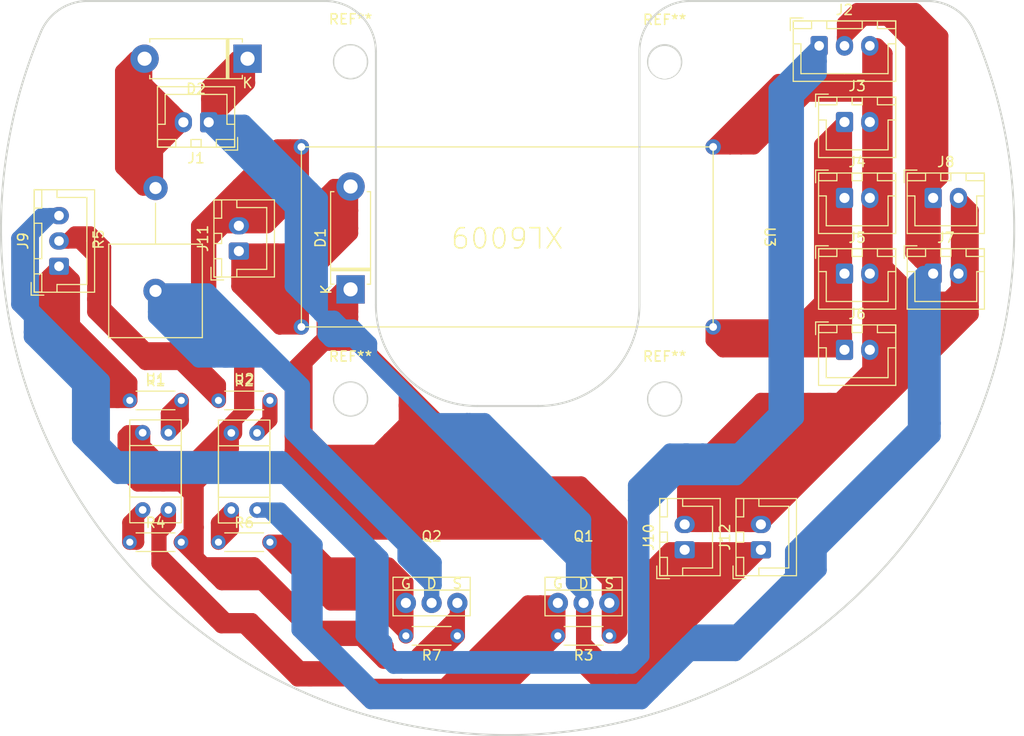
<source format=kicad_pcb>
(kicad_pcb (version 20211014) (generator pcbnew)
  (layers (0 "F.Cu" signal) (31 "B.Cu" signal) (34 "B.Paste" user) (35 "F.Paste" user) (36 "B.SilkS" user "B.Silkscreen") (37 "F.SilkS" user "F.Silkscreen") (38 "B.Mask" user) (39 "F.Mask" user) (44 "Edge.Cuts" user))
  (net 0 "")
  (net 1 "Net-(D2-Pad1)")
  (net 2 "GND")
  (net 3 "+48V")
  (net 4 "Net-(D1-Pad2)")
  (net 5 "Net-(D2-Pad2)")
  (net 6 "+5V")
  (net 7 "dri")
  (net 8 "+12V")
  (net 9 "kick1")
  (net 10 "kick2")
  (net 11 "Net-(Q1-Pad1)")
  (net 12 "Net-(Q2-Pad1)")
  (net 13 "Net-(R1-Pad2)")
  (net 14 "Net-(R2-Pad2)")
  (net 15 "Net-(R4-Pad1)")
  (net 16 "Net-(Q2-Pad2)")
  (net 17 "Net-(R6-Pad1)")
  (footprint "MountingHole:MountingHole_3.2mm_M3" (layer "F.Cu") (at 134.5 53.55)
    (fp_text reference "REF**")
    (fp_text value "MountingHole_3.2mm_M3")
  )
  (footprint "XL6009:XL6009" (layer "F.Cu") (at 175.366 70.85 -90)
    (fp_text reference "U3")
    (fp_text value "XL6009")
  )
  (footprint "Diode_THT:D_5W_P10.16mm_Horizontal" (layer "F.Cu") (at 134.5 76.03 90)
    (fp_text reference "D1")
    (fp_text value "D")
  )
  (footprint "Resistor_THT:R_Axial_DIN0204_L3.6mm_D1.6mm_P5.08mm_Horizontal" (layer "F.Cu") (at 112.71 101)
    (fp_text reference "R4")
    (fp_text value "R")
  )
  (footprint "MountingHole:MountingHole_3.2mm_M3" (layer "F.Cu") (at 165.5 53.6)
    (fp_text reference "REF**")
    (fp_text value "MountingHole_3.2mm_M3")
  )
  (footprint "Connector_JST:JST_XH_B3B-XH-A_1x03_P2.50mm_Vertical" (layer "F.Cu") (at 105.725 73.75 90)
    (fp_text reference "J9")
    (fp_text value "Conn_01x03_Female")
  )
  (footprint "Resistor_THT:R_Axial_DIN0204_L3.6mm_D1.6mm_P5.08mm_Horizontal" (layer "F.Cu") (at 145.04 110.25 180)
    (fp_text reference "R7")
    (fp_text value "R")
  )
  (footprint "Connector_JST:JST_XH_B2B-XH-A_1x02_P2.50mm_Vertical" (layer "F.Cu") (at 183.25 82)
    (fp_text reference "J6")
    (fp_text value "Conn_01x02_Female")
  )
  (footprint "Diode_THT:D_5W_P10.16mm_Horizontal" (layer "F.Cu") (at 124.33 53.25 180)
    (fp_text reference "D2")
    (fp_text value "D")
  )
  (footprint "Connector_JST:JST_XH_B3B-XH-A_1x03_P2.50mm_Vertical" (layer "F.Cu") (at 180.75 51.975)
    (fp_text reference "J2")
    (fp_text value "Conn_01x03_Female")
  )
  (footprint "Connector_JST:JST_XH_B2B-XH-A_1x02_P2.50mm_Vertical" (layer "F.Cu") (at 167.475 101.75 90)
    (fp_text reference "J10")
    (fp_text value "Conn_01x02_Female")
  )
  (footprint "Resistor_THT:R_Axial_DIN0204_L3.6mm_D1.6mm_P5.08mm_Horizontal" (layer "F.Cu") (at 121.46 101)
    (fp_text reference "R6")
    (fp_text value "R")
  )
  (footprint "Connector_JST:JST_XH_B2B-XH-A_1x02_P2.50mm_Vertical" (layer "F.Cu") (at 192 74.475)
    (fp_text reference "J7")
    (fp_text value "Conn_01x02_Female")
  )
  (footprint "Connector_JST:JST_XH_B2B-XH-A_1x02_P2.50mm_Vertical" (layer "F.Cu") (at 120.5 59.525 180)
    (fp_text reference "J1")
    (fp_text value "Conn_01x02_Female")
  )
  (footprint "Resistor_THT:R_Axial_DIN0204_L3.6mm_D1.6mm_P5.08mm_Horizontal" (layer "F.Cu") (at 121.46 87)
    (fp_text reference "R2")
    (fp_text value "R")
  )
  (footprint "Connector_JST:JST_XH_B2B-XH-A_1x02_P2.50mm_Vertical" (layer "F.Cu") (at 175 101.75 90)
    (fp_text reference "J12")
    (fp_text value "Conn_01x02_Female")
  )
  (footprint "KiCAD_library:フォトカプラー" (layer "F.Cu") (at 124 92.75)
    (fp_text reference "U2")
    (fp_text value "ILD74")
  )
  (footprint "Resistor_THT:R_Axial_Power_L25.0mm_W9.0mm_P10.16mm_Vertical" (layer "F.Cu") (at 115.25 76.18 90)
    (fp_text reference "R5")
    (fp_text value "R")
  )
  (footprint "Connector_JST:JST_XH_B2B-XH-A_1x02_P2.50mm_Vertical" (layer "F.Cu") (at 183.25 59.5)
    (fp_text reference "J3")
    (fp_text value "Conn_01x02_Female")
  )
  (footprint "Resistor_THT:R_Axial_DIN0204_L3.6mm_D1.6mm_P5.08mm_Horizontal" (layer "F.Cu") (at 160.04 110.25 180)
    (fp_text reference "R3")
    (fp_text value "R")
  )
  (footprint "KiCAD_library:Nch MOSFET" (layer "F.Cu") (at 142.5 107)
    (fp_text reference "Q2")
    (fp_text value "Q_NMOS_GDS")
  )
  (footprint "Resistor_THT:R_Axial_DIN0204_L3.6mm_D1.6mm_P5.08mm_Horizontal" (layer "F.Cu") (at 112.71 87)
    (fp_text reference "R1")
    (fp_text value "R")
  )
  (footprint "Connector_JST:JST_XH_B2B-XH-A_1x02_P2.50mm_Vertical" (layer "F.Cu") (at 123.475 72.25 90)
    (fp_text reference "J11")
    (fp_text value "Conn_01x02_Female")
  )
  (footprint "Connector_JST:JST_XH_B2B-XH-A_1x02_P2.50mm_Vertical" (layer "F.Cu") (at 183.25 67)
    (fp_text reference "J4")
    (fp_text value "Conn_01x02_Female")
  )
  (footprint "KiCAD_library:Nch MOSFET" (layer "F.Cu") (at 157.5 107)
    (fp_text reference "Q1")
    (fp_text value "Q_PMOS_GDS")
  )
  (footprint "MountingHole:MountingHole_3.2mm_M3" (layer "F.Cu") (at 134.5 86.854883)
    (fp_text reference "REF**")
    (fp_text value "MountingHole_3.2mm_M3")
  )
  (footprint "KiCAD_library:フォトカプラー" (layer "F.Cu") (at 115.25 92.73)
    (fp_text reference "U1")
    (fp_text value "ILD74")
  )
  (footprint "Connector_JST:JST_XH_B2B-XH-A_1x02_P2.50mm_Vertical" (layer "F.Cu") (at 183.25 74.475)
    (fp_text reference "J5")
    (fp_text value "Conn_01x02_Female")
  )
  (footprint "Connector_JST:JST_XH_B2B-XH-A_1x02_P2.50mm_Vertical" (layer "F.Cu") (at 192 67)
    (fp_text reference "J8")
    (fp_text value "Conn_01x02_Female")
  )
  (footprint "MountingHole:MountingHole_3.2mm_M3" (layer "F.Cu") (at 165.5 86.854883)
    (fp_text reference "REF**")
    (fp_text value "MountingHole_3.2mm_M3")
  )
  (gr_circle (center 134.5 53.55) (end 136.15 53.55) (layer "Edge.Cuts") (width 0.2) (fill none))
  (gr_circle (center 134.5 86.854883) (end 136.15 86.854883) (layer "Edge.Cuts") (width 0.2) (fill none))
  (gr_arc (start 147 87.55) (mid 139.928932 84.621068) (end 137 77.55) (layer "Edge.Cuts") (width 0.2))
  (gr_arc (start 163.01075 77.55) (mid 160.081818 84.621068) (end 153.01075 87.55) (layer "Edge.Cuts") (width 0.2))
  (gr_arc (start 163.01075 52.55) (mid 164.475216 49.014466) (end 168.01075 47.55) (layer "Edge.Cuts") (width 0.2))
  (gr_line (start 191.45781 47.55) (end 168.01075 47.55) (layer "Edge.Cuts") (width 0.2))
  (gr_line (start 137 77.55) (end 137 52.55) (layer "Edge.Cuts") (width 0.2))
  (gr_arc (start 196.064233 50.605556) (mid 150 120.05) (end 103.935767 50.605556) (layer "Edge.Cuts") (width 0.2))
  (gr_arc (start 191.45781 47.55) (mid 194.22166 48.383337) (end 196.064233 50.605556) (layer "Edge.Cuts") (width 0.2))
  (gr_circle (center 165.5 53.55) (end 167.15 53.55) (layer "Edge.Cuts") (width 0.2) (fill none))
  (gr_line (start 153.01075 87.55) (end 147 87.55) (layer "Edge.Cuts") (width 0.2))
  (gr_line (start 132 47.55) (end 108.54219 47.55) (layer "Edge.Cuts") (width 0.2))
  (gr_arc (start 132 47.55) (mid 135.535534 49.014466) (end 137 52.55) (layer "Edge.Cuts") (width 0.2))
  (gr_arc (start 103.935767 50.605556) (mid 105.778336 48.383333) (end 108.54219 47.55) (layer "Edge.Cuts") (width 0.2))
  (gr_circle (center 165.5 86.854883) (end 167.15 86.854883) (layer "Edge.Cuts") (width 0.2) (fill none))
  (gr_line (start 163.01075 52.55) (end 163.01075 77.55) (layer "Edge.Cuts") (width 0.2))
  (segment (start 160.375 112.625) (end 162.125 112.625) (width 1.5) (layer "F.Cu") (net 1))
  (segment (start 170.5 102) (end 170.5 101.75) (width 1.5) (layer "F.Cu") (net 1))
  (segment (start 120.5 59.525) (end 120.5 57.25) (width 1.5) (layer "F.Cu") (net 1))
  (segment (start 158.125 112.625) (end 159.125 112.625) (width 1.5) (layer "F.Cu") (net 1))
  (segment (start 159 113.5) (end 161.25 113.5) (width 1.5) (layer "F.Cu") (net 1))
  (segment (start 158.125 112.625) (end 159 113.5) (width 1.5) (layer "F.Cu") (net 1))
  (segment (start 120.5 56) (end 123.25 53.25) (width 1.5) (layer "F.Cu") (net 1))
  (segment (start 157.5 113.25) (end 157.5 112) (width 1.5) (layer "F.Cu") (net 1))
  (segment (start 163.75 106.25) (end 163.75 105.475) (width 1.5) (layer "F.Cu") (net 1))
  (segment (start 171.75 101.75) (end 174.25 101.75) (width 1.5) (layer "F.Cu") (net 1))
  (segment (start 161.375 112.625) (end 163.75 110.25) (width 1.5) (layer "F.Cu") (net 1))
  (segment (start 163.75 110.25) (end 163.75 108.75) (width 1.5) (layer "F.Cu") (net 1))
  (segment (start 161.25 113.5) (end 162.125 112.625) (width 1.5) (layer "F.Cu") (net 1))
  (segment (start 120.5 57.25) (end 121 57.25) (width 1.5) (layer "F.Cu") (net 1))
  (segment (start 157.5 111.25) (end 157.5 112) (width 1.5) (layer "F.Cu") (net 1))
  (segment (start 174.25 101.75) (end 175 101.75) (width 1.5) (layer "F.Cu") (net 1))
  (segment (start 163.75 108.75) (end 163.75 107) (width 1.5) (layer "F.Cu") (net 1))
  (segment (start 163.75 111) (end 163.75 110.25) (width 1.5) (layer "F.Cu") (net 1))
  (segment (start 123.25 53.25) (end 124.33 53.25) (width 1.5) (layer "F.Cu") (net 1))
  (segment (start 163.75 108.75) (end 170.5 102) (width 1.5) (layer "F.Cu") (net 1))
  (segment (start 175 101.75) (end 162 114.75) (width 1.5) (layer "F.Cu") (net 1))
  (segment (start 163.75 105.475) (end 167.475 101.75) (width 1.5) (layer "F.Cu") (net 1))
  (segment (start 159.125 112.625) (end 160.375 112.625) (width 1.5) (layer "F.Cu") (net 1))
  (segment (start 124.33 55.695) (end 120.5 59.525) (width 1.5) (layer "F.Cu") (net 1))
  (segment (start 167.475 101.75) (end 168.75 101.75) (width 1.5) (layer "F.Cu") (net 1))
  (segment (start 163.75 107) (end 163.75 106.25) (width 1.5) (layer "F.Cu") (net 1))
  (segment (start 163.75 106.25) (end 163.75 104) (width 1.5) (layer "F.Cu") (net 1))
  (segment (start 124.33 55.58) (end 124.33 55.695) (width 1.5) (layer "F.Cu") (net 1))
  (segment (start 157.75 111.25) (end 159.125 112.625) (width 1.5) (layer "F.Cu") (net 1))
  (segment (start 157.5 111.25) (end 157.75 111.25) (width 1.5) (layer "F.Cu") (net 1))
  (segment (start 124.33 53.25) (end 124.33 55.58) (width 1.5) (layer "F.Cu") (net 1))
  (segment (start 121 57.25) (end 124.33 53.92) (width 1.5) (layer "F.Cu") (net 1))
  (segment (start 157.5 107) (end 157.5 111.25) (width 1.5) (layer "F.Cu") (net 1))
  (segment (start 165 111) (end 174.25 101.75) (width 1.5) (layer "F.Cu") (net 1))
  (segment (start 121 57.25) (end 122.66 57.25) (width 1.5) (layer "F.Cu") (net 1))
  (segment (start 171.75 102.25) (end 171.75 101.75) (width 1.5) (layer "F.Cu") (net 1))
  (segment (start 162 114.75) (end 159 114.75) (width 1.5) (layer "F.Cu") (net 1))
  (segment (start 160.375 112.625) (end 161.375 112.625) (width 1.5) (layer "F.Cu") (net 1))
  (segment (start 163.75 110.25) (end 171.75 102.25) (width 1.5) (layer "F.Cu") (net 1))
  (segment (start 124.33 53.92) (end 124.33 53.25) (width 1.5) (layer "F.Cu") (net 1))
  (segment (start 157.5 112) (end 158.125 112.625) (width 1.5) (layer "F.Cu") (net 1))
  (segment (start 162.125 112.625) (end 163.75 111) (width 1.5) (layer "F.Cu") (net 1))
  (segment (start 163.75 104) (end 166 101.75) (width 1.5) (layer "F.Cu") (net 1))
  (segment (start 159 114.75) (end 157.5 113.25) (width 1.5) (layer "F.Cu") (net 1))
  (segment (start 163.75 111) (end 165 111) (width 1.5) (layer "F.Cu") (net 1))
  (segment (start 168.75 101.75) (end 170.5 101.75) (width 1.5) (layer "F.Cu") (net 1))
  (segment (start 120.5 57.25) (end 120.5 56) (width 1.5) (layer "F.Cu") (net 1))
  (segment (start 163.75 106.75) (end 168.75 101.75) (width 1.5) (layer "F.Cu") (net 1))
  (segment (start 166 101.75) (end 167.475 101.75) (width 1.5) (layer "F.Cu") (net 1))
  (segment (start 122.66 57.25) (end 124.33 55.58) (width 1.5) (layer "F.Cu") (net 1))
  (segment (start 163.75 107) (end 163.75 106.75) (width 1.5) (layer "F.Cu") (net 1))
  (segment (start 170.5 101.75) (end 171.75 101.75) (width 1.5) (layer "F.Cu") (net 1))
  (segment (start 134.75 79.75) (end 136.375 81.375) (width 1.5) (layer "B.Cu") (net 1))
  (segment (start 132.88 78.88) (end 131.858 78.88) (width 1.5) (layer "B.Cu") (net 1))
  (segment (start 136.375 81.375) (end 136.375 82.625) (width 1.5) (layer "B.Cu") (net 1))
  (segment (start 131.517121 78.482879) (end 134.034241 81) (width 1.5) (layer "B.Cu") (net 1))
  (segment (start 132.784242 79.75) (end 134.75 79.75) (width 1.5) (layer "B.Cu") (net 1))
  (segment (start 124.025 59.525) (end 129.875 65.375) (width 1.5) (layer "B.Cu") (net 1))
  (segment (start 130.625 66.125) (end 131.517121 67.017121) (width 1.5) (layer "B.Cu") (net 1))
  (segment (start 130.642121 77.607879) (end 130.642121 66.142121) (width 1.5) (layer "B.Cu") (net 1))
  (segment (start 146 89) (end 146.25 89) (width 1.5) (layer "B.Cu") (net 1))
  (segment (start 156.5 105.075176) (end 157.5 106.075176) (width 1.5) (layer "B.Cu") (net 1))
  (segment (start 157.5 101) (end 157.5 102) (width 1.5) (layer "B.Cu") (net 1))
  (segment (start 122.475 59.525) (end 124.025 59.525) (width 1.5) (layer "B.Cu") (net 1))
  (segment (start 120.5 59.525) (end 120.5 59.75) (width 1.5) (layer "B.Cu") (net 1))
  (segment (start 157.5 103.75) (end 157.5 107) (width 1.5) (layer "B.Cu") (net 1))
  (segment (start 129.517121 65.732879) (end 129.875 65.375) (width 1.5) (layer "B.Cu") (net 1))
  (segment (start 156.5 102.75) (end 156.5 105.075176) (width 1.5) (layer "B.Cu") (net 1))
  (segment (start 128.75 68) (end 128.75 75.715759) (width 1.5) (layer "B.Cu") (net 1))
  (segment (start 129.517121 67.232879) (end 129.517121 66.567121) (width 1.5) (layer "B.Cu") (net 1))
  (segment (start 134.75 81) (end 134.75 80.75) (width 1.5) (layer "B.Cu") (net 1))
  (segment (start 144.5 90.75) (end 156.5 102.75) (width 1.5) (layer "B.Cu") (net 1))
  (segment (start 146.25 89) (end 147.75 89) (width 1.5) (layer "B.Cu") (net 1))
  (segment (start 157.5 106.075176) (end 157.5 107) (width 1.5) (layer "B.Cu") (net 1))
  (segment (start 134.75 80.75) (end 132.88 78.88) (width 1.5) (layer "B.Cu") (net 1))
  (segment (start 132 78.965758) (end 132 80.5) (width 1.5) (layer "B.Cu") (net 1))
  (segment (start 131.517121 67.017121) (end 131.517121 78.482879) (width 1.5) (layer "B.Cu") (net 1))
  (segment (start 134.034241 81) (end 134.75 81) (width 1.5) (layer "B.Cu") (net 1))
  (segment (start 142.75 89) (end 144.5 90.75) (width 1.5) (layer "B.Cu") (net 1))
  (segment (start 147.75 89) (end 157.5 98.75) (width 1.5) (layer "B.Cu") (net 1))
  (segment (start 136.375 82.625) (end 142.75 89) (width 1.5) (layer "B.Cu") (net 1))
  (segment (start 129.517121 67.232879) (end 129.517121 65.732879) (width 1.5) (layer "B.Cu") (net 1))
  (segment (start 146 90.5) (end 157.5 102) (width 1.5) (layer "B.Cu") (net 1))
  (segment (start 157.5 102) (end 157.5 103.75) (width 1.5) (layer "B.Cu") (net 1))
  (segment (start 131.517121 78.482879) (end 132 78.965758) (width 1.5) (layer "B.Cu") (net 1))
  (segment (start 129.517121 76.482879) (end 130.642121 77.607879) (width 1.5) (layer "B.Cu") (net 1))
  (segment (start 144.5 90.5) (end 144.5 90.75) (width 1.5) (layer "B.Cu") (net 1))
  (segment (start 146 89) (end 146 90.5) (width 1.5) (layer "B.Cu") (net 1))
  (segment (start 146.25 89) (end 157.5 100.25) (width 1.5) (layer "B.Cu") (net 1))
  (segment (start 120.5 59.75) (end 128.75 68) (width 1.5) (layer "B.Cu") (net 1))
  (segment (start 157.5 100.25) (end 157.5 101) (width 1.5) (layer "B.Cu") (net 1))
  (segment (start 129.517121 76.482879) (end 129.517121 67.232879) (width 1.5) (layer "B.Cu") (net 1))
  (segment (start 132 78.965758) (end 132.784242 79.75) (width 1.5) (layer "B.Cu") (net 1))
  (segment (start 146 89) (end 144.5 90.5) (width 1.5) (layer "B.Cu") (net 1))
  (segment (start 120.5 59.525) (end 121.975 59.525) (width 1.5) (layer "B.Cu") (net 1))
  (segment (start 129.517121 67.067121) (end 121.975 59.525) (width 1.5) (layer "B.Cu") (net 1))
  (segment (start 129.517121 66.567121) (end 122.475 59.525) (width 1.5) (layer "B.Cu") (net 1))
  (segment (start 134.75 81) (end 136.375 82.625) (width 1.5) (layer "B.Cu") (net 1))
  (segment (start 130.642121 77.607879) (end 131.517121 78.482879) (width 1.5) (layer "B.Cu") (net 1))
  (segment (start 156.5 102.75) (end 157.5 103.75) (width 1.5) (layer "B.Cu") (net 1))
  (segment (start 132 80.5) (end 132.5 81) (width 1.5) (layer "B.Cu") (net 1))
  (segment (start 128.75 75.715759) (end 129.517121 76.482879) (width 1.5) (layer "B.Cu") (net 1))
  (segment (start 130.642121 66.142121) (end 130.625 66.125) (width 1.5) (layer "B.Cu") (net 1))
  (segment (start 129.875 65.375) (end 130.625 66.125) (width 1.5) (layer "B.Cu") (net 1))
  (segment (start 121.975 59.525) (end 122.475 59.525) (width 1.5) (layer "B.Cu") (net 1))
  (segment (start 157.5 98.75) (end 157.5 101) (width 1.5) (layer "B.Cu") (net 1))
  (segment (start 132.5 81) (end 134.034241 81) (width 1.5) (layer "B.Cu") (net 1))
  (segment (start 142.75 89) (end 146 89) (width 1.5) (layer "B.Cu") (net 1))
  (segment (start 129.517121 67.232879) (end 129.517121 67.067121) (width 1.5) (layer "B.Cu") (net 1))
  (segment (start 190.5 77) (end 191.375 77.875) (width 1.5) (layer "F.Cu") (net 2))
  (segment (start 145.04 110.25) (end 145.04 108.29) (width 1.5) (layer "F.Cu") (net 2))
  (segment (start 119.5 79) (end 124.25 83.75) (width 1.5) (layer "F.Cu") (net 2))
  (segment (start 170.286 61.96) (end 171.96 61.96) (width 1.5) (layer "F.Cu") (net 2))
  (segment (start 180.75 55.5) (end 185.5 55.5) (width 1.5) (layer "F.Cu") (net 2))
  (segment (start 118.77 100.02) (end 118.77 96.27) (width 1.5) (layer "F.Cu") (net 2))
  (segment (start 131.25 110.5) (end 132.25 110.5) (width 1.5) (layer "F.Cu") (net 2))
  (segment (start 173.04 61.96) (end 174.29 61.96) (width 1.5) (layer "F.Cu") (net 2))
  (segment (start 187.25 77.25) (end 190.75 80.75) (width 1.5) (layer "F.Cu") (net 2))
  (segment (start 118.77 96.27) (end 117.625 95.125) (width 1.5) (layer "F.Cu") (net 2))
  (segment (start 118.77 95.73) (end 118.77 96.27) (width 1.5) (layer "F.Cu") (net 2))
  (segment (start 123.475 65.775) (end 123.475 68.525) (width 1.5) (layer "F.Cu") (net 2))
  (segment (start 123.475 69.75) (end 122 69.75) (width 1.5) (layer "F.Cu") (net 2))
  (segment (start 187.25 73.75) (end 190.5 77) (width 1.5) (layer "F.Cu") (net 2))
  (segment (start 127.29 61.96) (end 123.475 65.775) (width 1.5) (layer "F.Cu") (net 2))
  (segment (start 175 99.25) (end 185.75 88.5) (width 1.5) (layer "F.Cu") (net 2))
  (segment (start 171.96 61.96) (end 171.96 61.29) (width 1.5) (layer "F.Cu") (net 2))
  (segment (start 185.75 85.5) (end 187 85.5) (width 1.5) (layer "F.Cu") (net 2))
  (segment (start 187.25 75.75) (end 187.5 75.75) (width 1.5) (layer "F.Cu") (net 2))
  (segment (start 189.25 83.25) (end 186.5 83.25) (width 1.5) (layer "F.Cu") (net 2))
  (segment (start 167.475 99.25) (end 167.5 99.25) (width 1.5) (layer "F.Cu") (net 2))
  (segment (start 187.25 72.5) (end 187.25 75.75) (width 1.5) (layer "F.Cu") (net 2))
  (segment (start 123.058 88.942) (end 123.058 90.25) (width 1.5) (layer "F.Cu") (net 2))
  (segment (start 126.729 68.271) (end 125.521 68.271) (width 1.5) (layer "F.Cu") (net 2))
  (segment (start 187.25 81.75) (end 187 82) (width 1.5) (layer "F.Cu") (net 2))
  (segment (start 167.475 94.525) (end 175 87) (width 1.5) (layer "F.Cu") (net 2))
  (segment (start 187.25 85.25) (end 187.25 84) (width 1.5) (layer "F.Cu") (net 2))
  (segment (start 185.75 84.75) (end 185.75 82) (width 1.5) (layer "F.Cu") (net 2))
  (segment (start 185.75 88.5) (end 185.75 85.5) (width 1.5) (layer "F.Cu") (net 2))
  (segment (start 119.75 92.75) (end 121.75 92.75) (width 1.5) (layer "F.Cu") (net 2))
  (segment (start 185.75 85.5) (end 185.75 84.75) (width 1.5) (layer "F.Cu") (net 2))
  (segment (start 188.375 80.625) (end 187.25 81.75) (width 1.5) (layer "F.Cu") (net 2))
  (segment (start 182.75 87) (end 182.75 87.75) (width 1.5) (layer "F.Cu") (net 2))
  (segment (start 187.25 75.75) (end 187.25 77.25) (width 1.5) (layer "F.Cu") (net 2))
  (segment (start 187.25 79.25) (end 187.25 81.75) (width 1.5) (layer "F.Cu") (net 2))
  (segment (start 112.25 93.25) (end 112.75 93.25) (width 1.5) (layer "F.Cu") (net 2))
  (segment (start 132.25 110.5) (end 135.5 110.5) (width 1.5) (layer "F.Cu") (net 2))
  (segment (start 194.5 67) (end 194.5 74.475) (width 1.5) (layer "F.Cu") (net 2))
  (segment (start 185.75 51.975) (end 185.75 55.25) (width 1.5) (layer "F.Cu") (net 2))
  (segment (start 112.25 90.5) (end 112.25 93.25) (width 1.5) (layer "F.Cu") (net 2))
  (segment (start 112.56 91.81) (end 116 95.25) (width 1.5) (layer "F.Cu") (net 2))
  (segment (start 125.625 103.875) (end 132.25 110.5) (width 1.5) (layer "F.Cu") (net 2))
  (segment (start 191.375 77.875) (end 191.75 77.5) (width 1.5) (layer "F.Cu") (net 2))
  (segment (start 173.04 61.71) (end 173.04 61.96) (width 1.5) (layer "F.Cu") (net 2))
  (segment (start 120.5 71.25) (end 120.5 78.75) (width 1.5) (layer "F.Cu") (net 2))
  (segment (start 118.77 100.02) (end 117.79 101) (width 1.5) (layer "F.Cu") (net 2))
  (segment (start 167.5 99.25) (end 179.75 87) (width 1.5) (layer "F.Cu") (net 2))
  (segment (start 135.5 110.5) (end 137.75 112.75) (width 1.5) (layer "F.Cu") (net 2))
  (segment (start 167.475 96.525) (end 177 87) (width 1.5) (layer "F.Cu") (net 2))
  (segment (start 114.75 95.25) (end 116 95.25) (width 1.5) (layer "F.Cu") (net 2))
  (segment (start 142.54 112.75) (end 145.04 110.25) (width 1.5) (layer "F.Cu") (net 2))
  (segment (start 182.75 87.75) (end 171.25 99.25) (width 1.5) (layer "F.Cu") (net 2))
  (segment (start 113.98 90.19) (end 113.98 91.48) (width 1.5) (layer "F.Cu") (net 2))
  (segment (start 190.25 84) (end 187.125 87.125) (width 1.5) (layer "F.Cu") (net 2))
  (segment (start 120.02 103.23) (end 121.02 104.23) (width 1.5) (layer "F.Cu") (net 2))
  (segment (start 136.25 109.5) (end 138 111.25) (width 1.5) (layer "F.Cu") (net 2))
  (segment (start 119.75 92.75) (end 120.5 92.75) (width 1.5) (layer "F.Cu") (net 2))
  (segment (start 186.5 83.25) (end 186.5 53.5) (width 1.5) (layer "F.Cu") (net 2))
  (segment (start 186.5 83.25) (end 186.5 86.5) (width 1.5) (layer "F.Cu") (net 2))
  (segment (start 185.75 56.75) (end 185.75 82) (width 1.5) (layer "F.Cu") (net 2))
  (segment (start 119.26 99.53) (end 119.26 102.47) (width 1.5) (layer "F.Cu") (net 2))
  (segment (start 175 99.25) (end 174 99.25) (width 1.5) (layer "F.Cu") (net 2))
  (segment (start 190.5 77) (end 194 77) (width 1.5) (layer "F.Cu") (net 2))
  (segment (start 185.75 55.25) (end 185.75 56.75) (width 1.5) (layer "F.Cu") (net 2))
  (segment (start 125.75 105) (end 130.25 109.5) (width 1.5) (layer "F.Cu") (net 2))
  (segment (start 129.646 65.354) (end 126.729 68.271) (width 1.5) (layer "F.Cu") (net 2))
  (segment (start 113.98 91.48) (end 115.25 92.75) (width 1.5) (layer "F.Cu") (net 2))
  (segment (start 170.286 61.96) (end 176.746 55.5) (width 1.5) (layer "F.Cu") (net 2))
  (segment (start 118.76 93.24) (end 117.26 93.24) (width 1.5) (layer "F.Cu") (net 2))
  (segment (start 119.26 93.24) (end 117.625 94.875) (width 1.5) (layer "F.Cu") (net 2))
  (segment (start 112.75 93.25) (end 114.75 95.25) (width 1.5) (layer "F.Cu") (net 2))
  (segment (start 190.75 80.75) (end 191.25 80.75) (width 1.5) (layer "F.Cu") (net 2))
  (segment (start 187 82) (end 185.75 82) (width 1.5) (layer "F.Cu") (net 2))
  (segment (start 141.915 111.415) (end 140.58 112.75) (width 1.5) (layer "F.Cu") (net 2))
  (segment (start 117.79 101) (end 119.27 102.48) (width 1.5) (layer "F.Cu") (net 2))
  (segment (start 129.646 62.104) (end 129.646 64.146) (width 1.5) (layer "F.Cu") (net 2))
  (segment (start 116 95.25) (end 117.5 95.25) (width 1.5) (layer "F.Cu") (net 2))
  (segment (start 119.5 71) (end 119.5 79) (width 1.5) (layer "F.Cu") (net 2))
  (segment (start 179.5 56.75) (end 185.75 56.75) (width 1.5) (layer "F.Cu") (net 2))
  (segment (start 168.75 99.25) (end 169.5 99.25) (width 1.5) (layer "F.Cu") (net 2))
  (segment (start 113.5 95.25) (end 114.75 95.25) (width 1.5) (layer "F.Cu") (net 2))
  (segment (start 194.5 74.475) (end 194.5 76) (width 1.5) (layer "F.Cu") (net 2))
  (segment (start 188.625 80.625) (end 190 82) (width 1.5) (layer "F.Cu") (net 2))
  (segment (start 138 111.75) (end 139 112.75) (width 1.5) (layer "F.Cu") (net 2))
  (segment (start 116.5 94) (end 115.25 92.75) (width 1.5) (layer "F.Cu") (net 2))
  (segment (start 186.75 85.25) (end 187.25 85.25) (width 1.5) (layer "F.Cu") (net 2))
  (segment (start 124.98 103.23) (end 125.625 103.875) (width 1.5) (layer "F.Cu") (net 2))
  (segment (start 185.5 55.5) (end 185.75 55.25) (width 1.5) (layer "F.Cu") (net 2))
  (segment (start 112.25 94) (end 113.5 95.25) (width 1.5) (layer "F.Cu") (net 2))
  (segment (start 141.25 112.75) (end 142.54 112.75) (width 1.5) (layer "F.Cu") (net 2))
  (segment (start 121.75 92.75) (end 118.77 95.73) (width 1.5) (layer "F.Cu") (net 2))
  (segment (start 179.25 55.5) (end 180.75 55.5) (width 1.5) (layer "F.Cu") (net 2))
  (segment (start 129.646 61.96) (end 128.54 61.96) (width 1.5) (layer "F.Cu") (net 2))
  (segment (start 167.475 99.25) (end 167.475 96.725) (width 1.5) (layer "F.Cu") (net 2))
  (segment (start 124.042 69.75) (end 125.521 68.271) (width 1.5) (layer "F.Cu") (net 2))
  (segment (start 117.625 94.875) (end 117.625 95.125) (width 1.5) (layer "F.Cu") (net 2))
  (segment (start 128.54 61.96) (end 127.29 61.96) (width 1.5) (layer "F.Cu") (net 2))
  (segment (start 186.475 51.975) (end 187.25 52.75) (width 1.5) (layer "F.Cu") (net 2))
  (segment (start 113.98 90.19) (end 112.56 90.19) (width 1.5) (layer "F.Cu") (net 2))
  (segment (start 191.875 80.125) (end 191.25 80.75) (width 1.5) (layer "F.Cu") (net 2))
  (segment (start 191.375 77.875) (end 192.75 79.25) (width 1.5) (layer "F.Cu") (net 2))
  (segment (start 117.26 93.24) (end 119.26 93.24) (width 1.5) (layer "F.Cu") (net 2))
  (segment (start 186.5 86.75) (end 186.5 86.5) (width 1.5) (layer "F.Cu") (net 2))
  (segment (start 141.25 112.75) (end 141.25 112.08) (width 1.5) (layer "F.Cu") (net 2))
  (segment (start 121.75 92.75) (end 122.73 91.77) (width 1.5) (layer "F.Cu") (net 2))
  (segment (start 187 85.5) (end 189.25 83.25) (width 1.5) (layer "F.Cu") (net 2))
  (segment (start 174 99.25) (end 172.75 99.25) (width 1.5) (layer "F.Cu") (net 2))
  (segment (start 120.5 92.75) (end 122.73 90.52) (width 1.5) (layer "F.Cu") (net 2))
  (segment (start 194.5 67) (end 195.75 68.25) (width 1.5) (layer "F.Cu") (net 2))
  (segment (start 187.25 77.25) (end 187.25 79.25) (width 1.5) (layer "F.Cu") (net 2))
  (segment (start 120.02 103.23) (end 124.98 103.23) (width 1.5) (layer "F.Cu") (net 2))
  (segment (start 177 87) (end 179 87) (width 1.5) (layer "F.Cu") (net 2))
  (segment (start 123.75 88.25) (end 123.058 88.942) (width 1.5) (layer "F.Cu") (net 2))
  (segment (start 125.521 68.271) (end 129.646 64.146) (width 1.5) (layer "F.Cu") (net 2))
  (segment (start 140 112.75) (end 141.25 112.75) (width 1.5) (layer "F.Cu") (net 2))
  (segment (start 191.25 80.75) (end 190 82) (width 1.5) (layer "F.Cu") (net 2))
  (segment (start 123.475 68.525) (end 123.475 68.275) (width 1.5) (layer "F.Cu") (net 2))
  (segment (start 175 87) (end 177 87) (width 1.5) (layer "F.Cu") (net 2))
  (segment (start 122 68.5) (end 122.225 68.5) (width 1.5) (layer "F.Cu") (net 2))
  (segment (start 195.75 68.25) (end 195.75 77.75) (width 1.5) (layer "F.Cu") (net 2))
  (segment (start 167.475 96.725) (end 167.475 94.525) (width 1.5) (layer "F.Cu") (net 2))
  (segment (start 145.04 108.29) (end 145.04 107) (width 1.5) (layer "F.Cu") (net 2))
  (segment (start 194.5 74.475) (end 194.5 77.5) (width 1.5) (layer "F.Cu") (net 2))
  (segment (start 187.125 87.125) (end 185.75 88.5) (width 1.5) (layer "F.Cu") (net 2))
  (segment (start 186.5 53.5) (end 187.25 52.75) (width 1.5) (layer "F.Cu") (net 2))
  (segment (start 123.75 82) (end 123.75 88.25) (width 1.5) (layer "F.Cu") (net 2))
  (segment (start 187.5 75.75) (end 191.875 80.125) (width 1.5) (layer "F.Cu") (net 2))
  (segment (start 176.746 55.5) (end 177.75 55.5) (width 1.5) (layer "F.Cu") (net 2))
  (segment (start 129.646 65.354) (end 129.646 66.354) (width 1.5) (layer "F.Cu") (net 2))
  (segment (start 172.75 99.25) (end 186.75 85.25) (width 1.5) (layer "F.Cu") (net 2))
  (segment (start 190.25 83.25) (end 190.25 84) (width 1.5) (layer "F.Cu") (net 2))
  (segment (start 187.25 52.75) (end 187.25 72.5) (width 1.5) (layer "F.Cu") (net 2))
  (segment (start 121.79 105) (end 125.75 105) (width 1.5) (layer "F.Cu") (net 2))
  (segment (start 177.75 55.5) (end 179.25 55.5) (width 1.5) (layer "F.Cu") (net 2))
  (segment (start 140.58 112.75) (end 140 112.75) (width 1.5) (layer "F.Cu") (net 2))
  (segment (start 167.475 96.725) (end 167.475 96.525) (width 1.5) (layer "F.Cu") (net 2))
  (segment (start 123.475 69.75) (end 124.042 69.75) (width 1.5) (layer "F.Cu") (net 2))
  (segment (start 193 77.5) (end 194.5 77.5) (width 1.5) (layer "F.Cu") (net 2))
  (segment (start 138 111.25) (end 138 111.75) (width 1.5) (layer "F.Cu") (net 2))
  (segment (start 124.25 87.75) (end 118.76 93.24) (width 1.5) (layer "F.Cu") (net 2))
  (segment (start 141.25 112.08) (end 141.915 111.415) (width 1.5) (layer "F.Cu") (net 2))
  (segment (start 194.5 77.5) (end 192.75 79.25) (width 1.5) (layer "F.Cu") (net 2))
  (segment (start 124.25 87.75) (end 123.058 88.942) (width 1.5) (layer "F.Cu") (net 2))
  (segment (start 122 69.75) (end 120.5 71.25) (width 1.5) (layer "F.Cu") (net 2))
  (segment (start 124.25 83.75) (end 124.25 87.75) (width 1.5) (layer "F.Cu") (net 2))
  (segment (start 186.5 86.5) (end 187.125 87.125) (width 1.5) (layer "F.Cu") (net 2))
  (segment (start 112.56 90.19) (end 112.56 91.81) (width 1.5) (layer "F.Cu") (net 2))
  (segment (start 195.75 77.75) (end 190.25 83.25) (width 1.5) (layer "F.Cu") (net 2))
  (segment (start 171.25 99.25) (end 168.75 99.25) (width 1.5) (layer "F.Cu") (net 2))
  (segment (start 191.75 77.5) (end 193 77.5) (width 1.5) (layer "F.Cu") (net 2))
  (segment (start 116.5 94) (end 117.26 93.24) (width 1.5) (layer "F.Cu") (net 2))
  (segment (start 115.25 92.75) (end 119.75 92.75) (width 1.5) (layer "F.Cu") (net 2))
  (segment (start 119.26 99.53) (end 118.77 100.02) (width 1.5) (layer "F.Cu") (net 2))
  (segment (start 185.75 84) (end 185.75 84.75) (width 1.5) (layer "F.Cu") (net 2))
  (segment (start 167.475 98.525) (end 179 87) (width 1.5) (layer "F.Cu") (net 2))
  (segment (start 194 77) (end 194.5 77.5) (width 1.5) (layer "F.Cu") (net 2))
  (segment (start 174 99.25) (end 186.5 86.75) (width 1.5) (layer "F.Cu") (net 2))
  (segment (start 119.26 93.24) (end 119.26 99.53) (width 1.5) (layer "F.Cu") (net 2))
  (segment (start 119.5 69.75) (end 119.5 71) (width 1.5) (layer "F.Cu") (net 2))
  (segment (start 179.5 56.75) (end 180.75 55.5) (width 1.5) (layer "F.Cu") (net 2))
  (segment (start 122.73 91.77) (end 122.73 90.52) (width 1.5) (layer "F.Cu") (net 2))
  (segment (start 117.5 95.25) (end 117.625 95.125) (width 1.5) (layer "F.Cu") (net 2))
  (segment (start 119.27 102.48) (end 120.02 103.23) (width 1.5) (layer "F.Cu") (net 2))
  (segment (start 179 87) (end 179.75 87) (width 1.5) (layer "F.Cu") (net 2))
  (segment (start 129.646 64.146) (end 129.646 65.354) (width 1.5) (layer "F.Cu") (net 2))
  (segment (start 122 68.5) (end 128.54 61.96) (width 1.5) (layer "F.Cu") (net 2))
  (segment (start 195.75 77.75) (end 195.75 78.5) (width 1.5) (layer "F.Cu") (net 2))
  (segment (start 123.475 65.775) (end 119.5 69.75) (width 1.5) (layer "F.Cu") (net 2))
  (segment (start 187 85.5) (end 187.25 85.25) (width 1.5) (layer "F.Cu") (net 2))
  (segment (start 141.915 111.415) (end 145.04 108.29) (width 1.5) (layer "F.Cu") (net 2))
  (segment (start 126.25 69.75) (end 123.475 69.75) (width 1.5) (layer "F.Cu") (net 2))
  (segment (start 123.475 68.275) (end 129.646 62.104) (width 1.5) (layer "F.Cu") (net 2))
  (segment (start 190 82) (end 187 82) (width 1.5) (layer "F.Cu") (net 2))
  (segment (start 138 111.25) (end 138 112.75) (width 1.5) (layer "F.Cu") (net 2))
  (segment (start 168.75 99.25) (end 167.475 99.25) (width 1.5) (layer "F.Cu") (net 2))
  (segment (start 137.75 112.75) (end 140 112.75) (width 1.5) (layer "F.Cu") (net 2))
  (segment (start 195.75 78.5) (end 190.25 84) (width 1.5) (layer "F.Cu") (net 2))
  (segment (start 182.75 87) (end 186.25 83.5) (width 1.5) (layer "F.Cu") (net 2))
  (segment (start 167.475 99.25) (end 167.475 98.525) (width 1.5) (layer "F.Cu") (net 2))
  (segment (start 190.25 83.25) (end 189.25 83.25) (width 1.5) (layer "F.Cu") (net 2))
  (segment (start 124.25 82.5) (end 124.25 83.75) (width 1.5) (layer "F.Cu") (net 2))
  (segment (start 188.625 80.625) (end 188.375 80.625) (width 1.5) (layer "F.Cu") (net 2))
  (segment (start 130.25 109.5) (end 136.25 109.5) (width 1.5) (layer "F.Cu") (net 2))
  (segment (start 174.29 61.96) (end 179.5 56.75) (width 1.5) (layer "F.Cu") (net 2))
  (segment (start 179.25 55.5) (end 173.04 61.71) (width 1.5) (layer "F.Cu") (net 2))
  (segment (start 123.75 82) (end 124.25 82.5) (width 1.5) (layer "F.Cu") (net 2))
  (segment (start 125.27 104.23) (end 125.625 103.875) (width 1.5) (layer "F.Cu") (net 2))
  (segment (start 123.475 68.525) (end 123.475 69.75) (width 1.5) (layer "F.Cu") (net 2))
  (segment (start 129.646 66.354) (end 126.25 69.75) (width 1.5) (layer "F.Cu") (net 2))
  (segment (start 179.75 87) (end 181.75 87) (width 1.5) (layer "F.Cu") (net 2))
  (segment (start 119.75 92.75) (end 119.26 93.24) (width 1.5) (layer "F.Cu") (net 2))
  (segment (start 185.75 84.75) (end 182.75 87.75) (width 1.5) (layer "F.Cu") (net 2))
  (segment (start 112.56 90.19) (end 112.25 90.5) (width 1.5) (layer "F.Cu") (net 2))
  (segment (start 122.73 90.52) (end 122.73 90.21) (width 1.5) (layer "F.Cu") (net 2))
  (segment (start 187.25 79.25) (end 188.625 80.625) (width 1.5) (layer "F.Cu") (net 2))
  (segment (start 119.26 102.47) (end 119.27 102.48) (width 1.5) (layer "F.Cu") (net 2))
  (segment (start 120.5 78.75) (end 123.75 82) (width 1.5) (layer "F.Cu") (net 2))
  (segment (start 112.25 93.25) (end 112.25 94) (width 1.5) (layer "F.Cu") (net 2))
  (segment (start 119.5 71) (end 122 68.5) (width 1.5) (layer "F.Cu") (net 2))
  (segment (start 192.75 79.25) (end 191.875 80.125) (width 1.5) (layer "F.Cu") (net 2))
  (segment (start 185.75 51.975) (end 186.475 51.975) (width 1.5) (layer "F.Cu") (net 2))
  (segment (start 194.5 76) (end 193 77.5) (width 1.5) (layer "F.Cu") (net 2))
  (segment (start 186.5 83.25) (end 185.75 84) (width 1.5) (layer "F.Cu") (net 2))
  (segment (start 171.96 61.29) (end 177.75 55.5) (width 1.5) (layer "F.Cu") (net 2))
  (segment (start 117.625 95.125) (end 116.5 94) (width 1.5) (layer "F.Cu") (net 2))
  (segment (start 122.225 68.5) (end 123.475 69.75) (width 1.5) (layer "F.Cu") (net 2))
  (segment (start 171.96 61.96) (end 173.04 61.96) (width 1.5) (layer "F.Cu") (net 2))
  (segment (start 187.25 72.5) (end 187.25 73.75) (width 1.5) (layer "F.Cu") (net 2))
  (segment (start 169.5 99.25) (end 181.75 87) (width 1.5) (layer "F.Cu") (net 2))
  (segment (start 121.02 104.23) (end 121.79 105) (width 1.5) (layer "F.Cu") (net 2))
  (segment (start 181.75 87) (end 182.75 87) (width 1.5) (layer "F.Cu") (net 2))
  (segment (start 172.75 99.25) (end 171.25 99.25) (width 1.5) (layer "F.Cu") (net 2))
  (segment (start 121.02 104.23) (end 125.27 104.23) (width 1.5) (layer "F.Cu") (net 2))
  (segment (start 130.25 109.5) (end 131.25 110.5) (width 1.5) (layer "F.Cu") (net 2))
  (segment (start 129.646 61.96) (end 129.646 62.104) (width 1.5) (layer "F.Cu") (net 2))
  (segment (start 150.25 96.25) (end 152.25 96.25) (width 1.5) (layer "F.Cu") (net 3))
  (segment (start 134.5 76.5) (end 134.5 76.03) (width 1.5) (layer "F.Cu") (net 3))
  (segment (start 155.25 100) (end 158 100) (width 1.5) (layer "F.Cu") (net 3))
  (segment (start 135.25 100) (end 134.375 99.125) (width 1.5) (layer "F.Cu") (net 3))
  (segment (start 137.125 92.125) (end 135.625 92.125) (width 1.5) (layer "F.Cu") (net 3))
  (segment (start 159.54 102.71) (end 160.04 103.21) (width 1.5) (layer "F.Cu") (net 3))
  (segment (start 135.350001 81.350001) (end 135.375 81.375) (width 1.5) (layer "F.Cu") (net 3))
  (segment (start 135.25 95.25) (end 135.125 95.375) (width 1.5) (layer "F.Cu") (net 3))
  (segment (start 140 89.25) (end 140 89.5) (width 1.5) (layer "F.Cu") (net 3))
  (segment (start 134.5 76.03) (end 133.65 76.03) (width 1.5) (layer "F.Cu") (net 3))
  (segment (start 160 98) (end 134.75 98) (width 1.5) (layer "F.Cu") (net 3))
  (segment (start 134.5 80.5) (end 135.375 81.375) (width 1.5) (layer "F.Cu") (net 3))
  (segment (start 135.375 81.375) (end 140 86) (width 1.5) (layer "F.Cu") (net 3))
  (segment (start 134.75 98) (end 128.75 92) (width 1.5) (layer "F.Cu") (net 3))
  (segment (start 160.04 100.79) (end 160.04 103.21) (width 1.5) (layer "F.Cu") (net 3))
  (segment (start 135.625 92.125) (end 131.875 92.125) (width 1.5) (layer "F.Cu") (net 3))
  (segment (start 128.75 84) (end 131.399999 81.350001) (width 1.5) (layer "F.Cu") (net 3))
  (segment (start 135.625 92.125) (end 144.875 92.125) (width 1.5) (layer "F.Cu") (net 3))
  (segment (start 131.899999 79.100001) (end 131.899999 81.350001) (width 1.5) (layer "F.Cu") (net 3))
  (segment (start 147.375 93.375) (end 147.625 93.625) (width 1.5) (layer "F.Cu") (net 3))
  (segment (start 158.375 99.125) (end 160.04 100.79) (width 1.5) (layer "F.Cu") (net 3))
  (segment (start 144.875 92.125) (end 146.125 93.375) (width 1.5) (layer "F.Cu") (net 3))
  (segment (start 138.375 90.875) (end 137.125 92.125) (width 1.5) (layer "F.Cu") (net 3))
  (segment (start 160.04 104.79) (end 160.04 107) (width 1.5) (layer "F.Cu") (net 3))
  (segment (start 133.875 94.125) (end 135.125 95.375) (width 1.5) (layer "F.Cu") (net 3))
  (segment (start 128.75 90.5) (end 128.75 84) (width 1.5) (layer "F.Cu") (net 3))
  (segment (start 157.125 99.125) (end 157.125 100.295) (width 1.5) (layer "F.Cu") (net 3))
  (segment (start 159.54 101.54) (end 159.54 102.71) (width 1.5) (layer "F.Cu") (net 3))
  (segment (start 160.63873 110.25) (end 161.069365 109.819365) (width 1.5) (layer "F.Cu") (net 3))
  (segment (start 155.25 100) (end 135.25 100) (width 1.5) (layer "F.Cu") (net 3))
  (segment (start 160.04 107) (end 160.04 110.25) (width 1.5) (layer "F.Cu") (net 3))
  (segment (start 131.899999 81.350001) (end 135.350001 81.350001) (width 1.5) (layer "F.Cu") (net 3))
  (segment (start 128.75 93.5) (end 128.75 92) (width 1.5) (layer "F.Cu") (net 3))
  (segment (start 140 86) (end 147.625 93.625) (width 1.5) (layer "F.Cu") (net 3))
  (segment (start 130 90.25) (end 130.625 90.875) (width 1.5) (layer "F.Cu") (net 3))
  (segment (start 135.125 95.375) (end 136 96.25) (width 1.5) (layer "F.Cu") (net 3))
  (segment (start 134.5 78.75) (end 134.5 80.5) (width 1.5) (layer "F.Cu") (net 3))
  (segment (start 131.899999 79.100001) (end 134.5 76.5) (width 1.5) (layer "F.Cu") (net 3))
  (segment (start 157.25 95.25) (end 135.25 95.25) (width 1.5) (layer "F.Cu") (net 3))
  (segment (start 152.25 96.25) (end 156.5 96.25) (width 1.5) (layer "F.Cu") (net 3))
  (segment (start 134.5 78.25) (end 134.5 76.03) (width 1.5) (layer "F.Cu") (net 3))
  (segment (start 128.75 90.5) (end 135.25 97) (width 1.5) (layer "F.Cu") (net 3))
  (segment (start 141.375 90.875) (end 143.625 90.875) (width 1.5) (layer "F.Cu") (net 3))
  (segment (start 160.04 104.79) (end 155.25 100) (width 1.5) (layer "F.Cu") (net 3))
  (segment (start 131.899999 81.350001) (end 130 83.25) (width 1.5) (layer "F.Cu") (net 3))
  (segment (start 128.75 92) (end 128.75 90.5) (width 1.5) (layer "F.Cu") (net 3))
  (segment (start 136 96.25) (end 152.25 96.25) (width 1.5) (layer "F.Cu") (net 3))
  (segment (start 140 86) (end 140 87.5) (width 1.5) (layer "F.Cu") (net 3))
  (segment (start 140 89.25) (end 138.375 90.875) (width 1.5) (layer "F.Cu") (net 3))
  (segment (start 130.625 90.875) (end 131.875 92.125) (width 1.5) (layer "F.Cu") (net 3))
  (segment (start 133.65 76.03) (end 131.899999 77.780001) (width 1.5) (layer "F.Cu") (net 3))
  (segment (start 147.625 93.625) (end 148.5 94.5) (width 1.5) (layer "F.Cu") (net 3))
  (segment (start 131.399999 81.350001) (end 131.899999 81.350001) (width 1.5) (layer "F.Cu") (net 3))
  (segment (start 158 100) (end 159.54 101.54) (width 1.5) (layer "F.Cu") (net 3))
  (segment (start 160.04 99.79) (end 160.04 100.79) (width 1.5) (layer "F.Cu") (net 3))
  (segment (start 130 83.25) (end 129.5 83.75) (width 1.5) (layer "F.Cu") (net 3))
  (segment (start 129.5 83.75) (end 129.5 89.75) (width 1.5) (layer "F.Cu") (net 3))
  (segment (start 161.069365 109.819365) (end 161.069365 99.069365) (width 1.5) (layer "F.Cu") (net 3))
  (segment (start 143.375 90.875) (end 140 87.5) (width 1.5) (layer "F.Cu") (net 3))
  (segment (start 130 83.25) (end 130 90.25) (width 1.5) (layer "F.Cu") (net 3))
  (segment (start 134.375 99.125) (end 128.75 93.5) (width 1.5) (layer "F.Cu") (net 3))
  (segment (start 140 89.5) (end 141.375 90.875) (width 1.5) (layer "F.Cu") (net 3))
  (segment (start 160 98) (end 159 97) (width 1.5) (layer "F.Cu") (net 3))
  (segment (start 131.899999 77.780001) (end 131.899999 79.100001) (width 1.5) (layer "F.Cu") (net 3))
  (segment (start 140 87.5) (end 140 89.25) (width 1.5) (layer "F.Cu") (net 3))
  (segment (start 133.875 94.125) (end 148.125 94.125) (width 1.5) (layer "F.Cu") (net 3))
  (segment (start 160.04 103.21) (end 160.04 104.79) (width 1.5) (layer "F.Cu") (net 3))
  (segment (start 128.75 84) (end 134.5 78.25) (width 1.5) (layer "F.Cu") (net 3))
  (segment (start 131.899999 81.350001) (end 134.5 78.75) (width 1.5) (layer "F.Cu") (net 3))
  (segment (start 138.375 90.875) (end 141.375 90.875) (width 1.5) (layer "F.Cu") (net 3))
  (segment (start 159 97) (end 157.25 95.25) (width 1.5) (layer "F.Cu") (net 3))
  (segment (start 160.04 110.25) (end 160.63873 110.25) (width 1.5) (layer "F.Cu") (net 3))
  (segment (start 135.25 97) (end 159 97) (width 1.5) (layer "F.Cu") (net 3))
  (segment (start 161.069365 99.069365) (end 160 98) (width 1.5) (layer "F.Cu") (net 3))
  (segment (start 143.625 90.875) (end 144.875 92.125) (width 1.5) (layer "F.Cu") (net 3))
  (segment (start 134.375 99.125) (end 157.125 99.125) (width 1.5) (layer "F.Cu") (net 3))
  (segment (start 143.625 90.875) (end 143.375 90.875) (width 1.5) (layer "F.Cu") (net 3))
  (segment (start 133.125 93.375) (end 146.125 93.375) (width 1.5) (layer "F.Cu") (net 3))
  (segment (start 146.125 93.375) (end 147.375 93.375) (width 1.5) (layer "F.Cu") (net 3))
  (segment (start 134.5 78.75) (end 134.5 76.03) (width 1.5) (layer "F.Cu") (net 3))
  (segment (start 129.5 89.75) (end 130.625 90.875) (width 1.5) (layer "F.Cu") (net 3))
  (segment (start 148.5 94.5) (end 150.25 96.25) (width 1.5) (layer "F.Cu") (net 3))
  (segment (start 148.125 94.125) (end 148.5 94.5) (width 1.5) (layer "F.Cu") (net 3))
  (segment (start 131.875 92.125) (end 133.125 93.375) (width 1.5) (layer "F.Cu") (net 3))
  (segment (start 157.125 100.295) (end 159.54 102.71) (width 1.5) (layer "F.Cu") (net 3))
  (segment (start 133.125 93.375) (end 133.875 94.125) (width 1.5) (layer "F.Cu") (net 3))
  (segment (start 156.5 96.25) (end 160.04 99.79) (width 1.5) (layer "F.Cu") (net 3))
  (segment (start 157.125 99.125) (end 158.375 99.125) (width 1.5) (layer "F.Cu") (net 3))
  (segment (start 127.49 79.74) (end 127.51 79.74) (width 1.5) (layer "F.Cu") (net 4))
  (segment (start 132.88 65.87) (end 132.125 66.625) (width 1.5) (layer "F.Cu") (net 4))
  (segment (start 133.5 67.25) (end 132.75 66.5) (width 1.5) (layer "F.Cu") (net 4))
  (segment (start 134.5 65.87) (end 132.88 65.87) (width 1.5) (layer "F.Cu") (net 4))
  (segment (start 124.5 76.75) (end 127.49 79.74) (width 1.5) (layer "F.Cu") (net 4))
  (segment (start 123.475 72.25) (end 127.25 72.25) (width 1.5) (layer "F.Cu") (net 4))
  (segment (start 132.75 66.5) (end 132.125 67.125) (width 1.5) (layer "F.Cu") (net 4))
  (segment (start 133.5 68) (end 133.5 67.25) (width 1.5) (layer "F.Cu") (net 4))
  (segment (start 126.5 78.73) (end 127.51 79.74) (width 1.5) (layer "F.Cu") (net 4))
  (segment (start 125.475 74.775) (end 126 74.25) (width 1.5) (layer "F.Cu") (net 4))
  (segment (start 123.475 74.775) (end 125.475 74.775) (width 1.5) (layer "F.Cu") (net 4))
  (segment (start 133.5 68) (end 134.5 67) (width 1.5) (layer "F.Cu") (net 4))
  (segment (start 123.475 72.975) (end 123.475 74.775) (width 1.5) (layer "F.Cu") (net 4))
  (segment (start 126 72.25) (end 123.475 74.775) (width 1.5) (layer "F.Cu") (net 4))
  (segment (start 127.25 72.25) (end 128 72.25) (width 1.5) (layer "F.Cu") (net 4))
  (segment (start 134.5 68.25) (end 134.5 65.87) (width 1.5) (layer "F.Cu") (net 4))
  (segment (start 126 74.25) (end 124.725 72.975) (width 1.5) (layer "F.Cu") (net 4))
  (segment (start 133.38 65.87) (end 132.75 66.5) (width 1.5) (layer "F.Cu") (net 4))
  (segment (start 134.5 70.5) (end 134.5 70) (width 1.5) (layer "F.Cu") (net 4))
  (segment (start 129.49 79.74) (end 129.646 79.74) (width 1.5) (layer "F.Cu") (net 4))
  (segment (start 129.646 75.354) (end 134.5 70.5) (width 1.5) (layer "F.Cu") (net 4))
  (segment (start 133.5 68) (end 124.75 76.75) (width 1.5) (layer "F.Cu") (net 4))
  (segment (start 127.51 76.99) (end 127.75 76.75) (width 1.5) (layer "F.Cu") (net 4))
  (segment (start 123.475 75.725) (end 124.5 76.75) (width 1.5) (layer "F.Cu") (net 4))
  (segment (start 123.475 74.775) (end 123.475 75.725) (width 1.5) (layer "F.Cu") (net 4))
  (segment (start 126.5 76.25) (end 126.5 76.75) (width 1.5) (layer "F.Cu") (net 4))
  (segment (start 134.5 67) (end 134.5 65.87) (width 1.5) (layer "F.Cu") (net 4))
  (segment (start 124.725 72.975) (end 123.475 72.975) (width 1.5) (layer "F.Cu") (net 4))
  (segment (start 127.25 72.25) (end 126 72.25) (width 1.5) (layer "F.Cu") (net 4))
  (segment (start 123.475 75.725) (end 124.525 75.725) (width 1.5) (layer "F.Cu") (net 4))
  (segment (start 124.75 76.75) (end 126.5 76.75) (width 1.5) (layer "F.Cu") (net 4))
  (segment (start 126 74.25) (end 128 72.25) (width 1.5) (layer "F.Cu") (net 4))
  (segment (start 134.5 68.25) (end 126.5 76.25) (width 1.5) (layer "F.Cu") (net 4))
  (segment (start 129.646 79.74) (end 129.646 75.354) (width 1.5) (layer "F.Cu") (net 4))
  (segment (start 132.125 66.625) (end 132.125 67.125) (width 1.5) (layer "F.Cu") (net 4))
  (segment (start 126.5 76.75) (end 127.75 76.75) (width 1.5) (layer "F.Cu") (net 4))
  (segment (start 132.125 69.375) (end 133.5 68) (width 1.5) (layer "F.Cu") (net 4))
  (segment (start 127.51 79.74) (end 127.51 76.99) (width 1.5) (layer "F.Cu") (net 4))
  (segment (start 129.25 72.25) (end 132.125 69.375) (width 1.5) (layer "F.Cu") (net 4))
  (segment (start 134.5 70) (end 134.5 68.25) (width 1.5) (layer "F.Cu") (net 4))
  (segment (start 128 72.25) (end 129.25 72.25) (width 1.5) (layer "F.Cu") (net 4))
  (segment (start 134.5 65.87) (end 133.38 65.87) (width 1.5) (layer "F.Cu") (net 4))
  (segment (start 127.75 76.75) (end 128.75 75.75) (width 1.5) (layer "F.Cu") (net 4))
  (segment (start 128.75 75.75) (end 128.75 79) (width 1.5) (layer "F.Cu") (net 4))
  (segment (start 124.75 76.75) (end 124.5 76.75) (width 1.5) (layer "F.Cu") (net 4))
  (segment (start 132.125 67.125) (end 132.125 69.375) (width 1.5) (layer "F.Cu") (net 4))
  (segment (start 128.75 75.75) (end 134.5 70) (width 1.5) (layer "F.Cu") (net 4))
  (segment (start 124.525 75.725) (end 126 74.25) (width 1.5) (layer "F.Cu") (net 4))
  (segment (start 126.5 76.75) (end 126.5 78.73) (width 1.5) (layer "F.Cu") (net 4))
  (segment (start 127.51 79.74) (end 129.49 79.74) (width 1.5) (layer "F.Cu") (net 4))
  (segment (start 123.475 72.25) (end 123.475 72.975) (width 1.5) (layer "F.Cu") (net 4))
  (segment (start 128.75 79) (end 129.49 79.74) (width 1.5) (layer "F.Cu") (net 4))
  (segment (start 114.9875 56.5125) (end 116.9875 58.5125) (width 1.5) (layer "F.Cu") (net 5))
  (segment (start 113 65) (end 113 53.5) (width 1.5) (layer "F.Cu") (net 5))
  (segment (start 113 53.5) (end 113.25 53.25) (width 1.5) (layer "F.Cu") (net 5))
  (segment (start 116.1375 58.8875) (end 115.58 58.33) (width 1.5) (layer "F.Cu") (net 5))
  (segment (start 116.805 58.33) (end 116.9875 58.5125) (width 1.5) (layer "F.Cu") (net 5))
  (segment (start 112 54.5) (end 112 64) (width 1.5) (layer "F.Cu") (net 5))
  (segment (start 115.58 58.33) (end 116.805 58.33) (width 1.5) (layer "F.Cu") (net 5))
  (segment (start 114.17 58.33) (end 114.17 53.25) (width 1.5) (layer "F.Cu") (net 5))
  (segment (start 114.17 58.33) (end 115.58 58.33) (width 1.5) (layer "F.Cu") (net 5))
  (segment (start 113 65) (end 114.02 66.02) (width 1.5) (layer "F.Cu") (net 5))
  (segment (start 114.9875 56.5125) (end 114.9875 61.4875) (width 1.5) (layer "F.Cu") (net 5))
  (segment (start 115.25 62.275) (end 116.1375 61.3875) (width 1.5) (layer "F.Cu") (net 5))
  (segment (start 114.17 53.25) (end 113.25 53.25) (width 1.5) (layer "F.Cu") (net 5))
  (segment (start 116.1375 61.3875) (end 118 59.525) (width 1.5) (layer "F.Cu") (net 5))
  (segment (start 116.1375 61.3875) (end 116.1375 60.3625) (width 1.5) (layer "F.Cu") (net 5))
  (segment (start 114.17 55.695) (end 114.9875 56.5125) (width 1.5) (layer "F.Cu") (net 5))
  (segment (start 114.9875 61.4875) (end 115.25 61.75) (width 1.5) (layer "F.Cu") (net 5))
  (segment (start 114.17 65.87) (end 114.17 58.33) (width 1.5) (layer "F.Cu") (net 5))
  (segment (start 116.9875 58.5125) (end 118 59.525) (width 1.5) (layer "F.Cu") (net 5))
  (segment (start 116.1375 59.3625) (end 116.9875 58.5125) (width 1.5) (layer "F.Cu") (net 5))
  (segment (start 113.25 53.25) (end 112 54.5) (width 1.5) (layer "F.Cu") (net 5))
  (segment (start 112 64) (end 113 65) (width 1.5) (layer "F.Cu") (net 5))
  (segment (start 114.02 66.02) (end 115.25 66.02) (width 1.5) (layer "F.Cu") (net 5))
  (segment (start 114.02 66.02) (end 114.17 65.87) (width 1.5) (layer "F.Cu") (net 5))
  (segment (start 116.1375 60.3625) (end 116.1375 58.8875) (width 1.5) (layer "F.Cu") (net 5))
  (segment (start 116.1375 60.3625) (end 116.1375 59.3625) (width 1.5) (layer "F.Cu") (net 5))
  (segment (start 115.25 66.02) (end 115.25 62.275) (width 1.5) (layer "F.Cu") (net 5))
  (segment (start 114.17 53.25) (end 114.17 55.695) (width 1.5) (layer "F.Cu") (net 5))
  (segment (start 115.25 61.75) (end 115.25 62.275) (width 1.5) (layer "F.Cu") (net 5))
  (segment (start 192 65.75) (end 191.5 65.75) (width 1.5) (layer "F.Cu") (net 6))
  (segment (start 187.5 49.25) (end 185.097309 49.25) (width 1.5) (layer "F.Cu") (net 6))
  (segment (start 190 51.75) (end 190.75 51.75) (width 1.5) (layer "F.Cu") (net 6))
  (segment (start 191.5 65.75) (end 190.75 66.5) (width 1.5) (layer "F.Cu") (net 6))
  (segment (start 190 72.475) (end 190.75 73.225) (width 1.5) (layer "F.Cu") (net 6))
  (segment (start 192 67) (end 192 51.75) (width 1.5) (layer "F.Cu") (net 6))
  (segment (start 184.5 48.5) (end 190.25 48.5) (width 1.5) (layer "F.Cu") (net 6))
  (segment (start 190 51.75) (end 190 72.475) (width 1.5) (layer "F.Cu") (net 6))
  (segment (start 192 67) (end 192 74.475) (width 1.5) (layer "F.Cu") (net 6))
  (segment (start 187.5 49.25) (end 190 51.75) (width 1.5) (layer "F.Cu") (net 6))
  (segment (start 183.75 49.25) (end 185.097309 49.25) (width 1.5) (layer "F.Cu") (net 6))
  (segment (start 192.75 65) (end 192 65.75) (width 1.5) (layer "F.Cu") (net 6))
  (segment (start 190.75 66.5) (end 190.75 51.75) (width 1.5) (layer "F.Cu") (net 6))
  (segment (start 190.625 50.375) (end 189.5 49.25) (width 1.5) (layer "F.Cu") (net 6))
  (segment (start 190.75 66.5) (end 190.75 73.225) (width 1.5) (layer "F.Cu") (net 6))
  (segment (start 190.75 73.225) (end 192 74.475) (width 1.5) (layer "F.Cu") (net 6))
  (segment (start 192.75 51) (end 192.75 65) (width 1.5) (layer "F.Cu") (net 6))
  (segment (start 190.75 50.5) (end 190.625 50.375) (width 1.5) (layer "F.Cu") (net 6))
  (segment (start 192 51.75) (end 190.625 50.375) (width 1.5) (layer "F.Cu") (net 6))
  (segment (start 190.75 51.75) (end 190.75 50.5) (width 1.5) (layer "F.Cu") (net 6))
  (segment (start 183.75 49.25) (end 184.5 48.5) (width 1.5) (layer "F.Cu") (net 6))
  (segment (start 183.25 49.75) (end 183.75 49.25) (width 1.5) (layer "F.Cu") (net 6))
  (segment (start 183.25 51.097309) (end 183.25 51.975) (width 1.5) (layer "F.Cu") (net 6))
  (segment (start 183.25 51.975) (end 183.25 49.75) (width 1.5) (layer "F.Cu") (net 6))
  (segment (start 190.25 48.5) (end 192.75 51) (width 1.5) (layer "F.Cu") (net 6))
  (segment (start 189.5 49.25) (end 187.5 49.25) (width 1.5) (layer "F.Cu") (net 6))
  (segment (start 185.097309 49.25) (end 183.25 51.097309) (width 1.5) (layer "F.Cu") (net 6))
  (segment (start 129.41528 109.66528) (end 129.41528 100.83472) (width 1.5) (layer "B.Cu") (net 6))
  (segment (start 129.41528 100.83472) (end 126.41056 97.83) (width 1.5) (layer "B.Cu") (net 6))
  (segment (start 171.5 111) (end 167.75 111) (width 1.5) (layer "B.Cu") (net 6))
  (segment (start 191.025 74.475) (end 191.025 91.475) (width 1.5) (layer "B.Cu") (net 6))
  (segment (start 190.5 92) (end 180.75 101.75) (width 1.5) (layer "B.Cu") (net 6))
  (segment (start 164.25 115.75) (end 163.25 116.75) (width 1.5) (layer "B.Cu") (net 6))
  (segment (start 190.25 89.75) (end 178.125 101.875) (width 1.5) (layer "B.Cu") (net 6))
  (segment (start 192 89.25) (end 178.625 102.625) (width 1.5) (layer "B.Cu") (net 6))
  (segment (start 131 109.75) (end 130.25 109) (width 1.5) (layer "B.Cu") (net 6))
  (segment (start 137 115.75) (end 131 109.75) (width 1.5) (layer "B.Cu") (net 6))
  (segment (start 192 74.475) (end 191.025 74.475) (width 1.5) (layer "B.Cu") (net 6))
  (segment (start 180.75 101.75) (end 180.75 103.75) (width 1.5) (layer "B.Cu") (net 6))
  (segment (start 178.125 101.875) (end 178.125 102.625) (width 1.5) (layer "B.Cu") (net 6))
  (segment (start 172.5 112) (end 168 112) (width 1.5) (layer "B.Cu") (net 6))
  (segment (start 178.125 104.375) (end 172.625 109.875) (width 1.5) (layer "B.Cu") (net 6))
  (segment (start 163 115.75) (end 137 115.75) (width 1.5) (layer "B.Cu") (net 6))
  (segment (start 192 74.475) (end 192 89.25) (width 1.5) (layer "B.Cu") (net 6))
  (segment (start 191.025 91.475) (end 190.5 92) (width 1.5) (layer "B.Cu") (net 6))
  (segment (start 178.125 102.625) (end 178.125 104.375) (width 1.5) (layer "B.Cu") (net 6))
  (segment (start 190.25 75.25) (end 190.25 89.75) (width 1.5) (layer "B.Cu") (net 6))
  (segment (start 164.25 115.75) (end 163 115.75) (width 1.5) (layer "B.Cu") (net 6))
  (segment (start 191.025 74.475) (end 190.25 75.25) (width 1.5) (layer "B.Cu") (net 6))
  (segment (start 172.625 109.875) (end 168.875 109.875) (width 1.5) (layer "B.Cu") (net 6))
  (segment (start 126.41056 97.83) (end 125.27 97.83) (width 1.5) (layer "B.Cu") (net 6))
  (segment (start 125.27 97.83) (end 127.58 97.83) (width 1.5) (layer "B.Cu") (net 6))
  (segment (start 127.58 97.83) (end 131 101.25) (width 1.5) (layer "B.Cu") (net 6))
  (segment (start 168 112) (end 164.25 115.75) (width 1.5) (layer "B.Cu") (net 6))
  (segment (start 163.875 114.875) (end 163 115.75) (width 1.5) (layer "B.Cu") (net 6))
  (segment (start 130.25 109) (end 130.25 101.66944) (width 1.5) (layer "B.Cu") (net 6))
  (segment (start 192 89.25) (end 192 90.5) (width 1.5) (layer "B.Cu") (net 6))
  (segment (start 180.75 101.75) (end 178.125 104.375) (width 1.5) (layer "B.Cu") (net 6))
  (segment (start 167.75 111) (end 163.875 114.875) (width 1.5) (layer "B.Cu") (net 6))
  (segment (start 131 101.25) (end 131 109.75) (width 1.5) (layer "B.Cu") (net 6))
  (segment (start 178.625 102.625) (end 178.125 102.625) (width 1.5) (layer "B.Cu") (net 6))
  (segment (start 168.875 109.875) (end 163.875 114.875) (width 1.5) (layer "B.Cu") (net 6))
  (segment (start 163.25 116.75) (end 136.5 116.75) (width 1.5) (layer "B.Cu") (net 6))
  (segment (start 136.5 116.75) (end 129.41528 109.66528) (width 1.5) (layer "B.Cu") (net 6))
  (segment (start 130.25 101.66944) (end 129.41528 100.83472) (width 1.5) (layer "B.Cu") (net 6))
  (segment (start 173.5 111) (end 171.5 111) (width 1.5) (layer "B.Cu") (net 6))
  (segment (start 172.625 109.875) (end 171.5 111) (width 1.5) (layer "B.Cu") (net 6))
  (segment (start 180.75 103.75) (end 173.5 111) (width 1.5) (layer "B.Cu") (net 6))
  (segment (start 192 90.5) (end 190.5 92) (width 1.5) (layer "B.Cu") (net 6))
  (segment (start 173.5 111) (end 172.5 112) (width 1.5) (layer "B.Cu") (net 6))
  (segment (start 104 68.75) (end 101.75 71) (width 1.5) (layer "B.Cu") (net 7))
  (segment (start 172.75 92) (end 176.5 88.25) (width 1.5) (layer "B.Cu") (net 7))
  (segment (start 104.847309 68.75) (end 103 70.597309) (width 1.5) (layer "B.Cu") (net 7))
  (segment (start 169.25 92) (end 167.75 92) (width 1.5) (layer "B.Cu") (net 7))
  (segment (start 178.5 88.5) (end 178.5 88.75) (width 1.5) (layer "B.Cu") (net 7))
  (segment (start 101.75 71) (end 101.75 77.5) (width 1.5) (layer "B.Cu") (net 7))
  (segment (start 176.5 88.25) (end 176.5 56.225) (width 1.5) (layer "B.Cu") (net 7))
  (segment (start 105.725 68.75) (end 104 68.75) (width 1.5) (layer "B.Cu") (net 7))
  (segment (start 162.625 96.875) (end 167.5 92) (width 1.5) (layer "B.Cu") (net 7))
  (segment (start 103 80.25) (end 103 80.75) (width 1.5) (layer "B.Cu") (net 7))
  (segment (start 103 80.75) (end 107.75 85.5) (width 1.5) (layer "B.Cu") (net 7))
  (segment (start 177.5 56.75) (end 180.75 53.5) (width 1.5) (layer "B.Cu") (net 7))
  (segment (start 101.75 77.5) (end 103 78.75) (width 1.5) (layer "B.Cu") (net 7))
  (segment (start 167.875 93.375) (end 169.25 92) (width 1.5) (layer "B.Cu") (net 7))
  (segment (start 166.625 94.625) (end 167.875 93.375) (width 1.5) (layer "B.Cu") (net 7))
  (segment (start 135.75 108.75) (end 135.75 110.25) (width 1.5) (layer "B.Cu") (net 7))
  (segment (start 110 85) (end 110 91.25) (width 1.5) (layer "B.Cu") (net 7))
  (segment (start 136.875 101.875) (end 136.5 102.25) (width 1.5) (layer "B.Cu") (net 7))
  (segment (start 162.625 96.875) (end 162.625 111.375) (width 1.5) (layer "B.Cu") (net 7))
  (segment (start 177.5 89.75) (end 173.75 93.5) (width 1.5) (layer "B.Cu") (net 7))
  (segment (start 136.875 101.875) (end 137.51 102.51) (width 1.5) (layer "B.Cu") (net 7))
  (segment (start 172.625 94.625) (end 166.625 94.625) (width 1.5) (layer "B.Cu") (net 7))
  (segment (start 167.5 92) (end 167.75 92) (width 1.5) (layer "B.Cu") (net 7))
  (segment (start 136.5 102.25) (end 136.5 109.5) (width 1.5) (layer "B.Cu") (net 7))
  (segment (start 162.625 111.375) (end 163.25 110.75) (width 1.5) (layer "B.Cu") (net 7))
  (segment (start 103 78.75) (end 103 80.25) (width 1.5) (layer "B.Cu") (net 7))
  (segment (start 108.875 91.875) (end 108.875 85.375) (width 1.5) (layer "B.Cu") (net 7))
  (segment (start 108.875 85.375) (end 103.75 80.25) (width 1.5) (layer "B.Cu") (net 7))
  (segment (start 169.25 92) (end 172.75 92) (width 1.5) (layer "B.Cu") (net 7))
  (segment (start 137.51 102.51) (end 137.51 111.51) (width 1.5) (layer "B.Cu") (net 7))
  (segment (start 162.25 113.25) (end 163.25 112.25) (width 1.5) (layer "B.Cu") (net 7))
  (segment (start 138 112.5) (end 135.75 110.25) (width 1.5) (layer "B.Cu") (net 7))
  (segment (start 167.75 92) (end 166 92) (width 1.5) (layer "B.Cu") (net 7))
  (segment (start 108.875 91.875) (end 111.5 94.5) (width 1.5) (layer "B.Cu") (net 7))
  (segment (start 135.75 102.25) (end 135.75 108.75) (width 1.5) (layer "B.Cu") (net 7))
  (segment (start 103 78) (end 110 85) (width 1.5) (layer "B.Cu") (net 7))
  (segment (start 163.25 98) (end 166.625 94.625) (width 1.5) (layer "B.Cu") (net 7))
  (segment (start 128.625 93.625) (end 136.875 101.875) (width 1.5) (layer "B.Cu") (net 7))
  (segment (start 161.5 112.5) (end 138 112.5) (width 1.5) (layer "B.Cu") (net 7))
  (segment (start 166 92) (end 162.625 95.375) (width 1.5) (layer "B.Cu") (net 7))
  (segment (start 160.75 113.25) (end 162.25 113.25) (width 1.5) (layer "B.Cu") (net 7))
  (segment (start 173.75 93.5) (end 172.625 94.625) (width 1.5) (layer "B.Cu") (net 7))
  (segment (start 176.5 56.225) (end 180.75 51.975) (width 1.5) (layer "B.Cu") (net 7))
  (segment (start 111.5 92.75) (end 127.75 92.75) (width 1.5) (layer "B.Cu") (net 7))
  (segment (start 180.75 53.5) (end 180.75 54.75) (width 1.5) (layer "B.Cu") (net 7))
  (segment (start 137.875 110.875) (end 137.875 112.375) (width 1.5) (layer "B.Cu") (net 7))
  (segment (start 135.75 108.75) (end 136.5 109.5) (width 1.5) (layer "B.Cu") (net 7))
  (segment (start 110 91.25) (end 111.5 92.75) (width 1.5) (layer "B.Cu") (net 7))
  (segment (start 103.75 80.25) (end 103 80.25) (width 1.5) (layer "B.Cu") (net 7))
  (segment (start 128 94.5) (end 135.75 102.25) (width 1.5) (layer "B.Cu") (net 7))
  (segment (start 135.75 110.25) (end 138.75 113.25) (width 1.5) (layer "B.Cu") (net 7))
  (segment (start 128.625 93.625) (end 112.375 93.625) (width 1.5) (layer "B.Cu") (net 7))
  (segment (start 161.5 112.5) (end 162.625 111.375) (width 1.5) (layer "B.Cu") (net 7))
  (segment (start 138.75 113.25) (end 160.75 113.25) (width 1.5) (layer "B.Cu") (net 7))
  (segment (start 163.25 110.75) (end 163.25 98) (width 1.5) (layer "B.Cu") (net 7))
  (segment (start 162.625 95.375) (end 162.625 96.875) (width 1.5) (layer "B.Cu") (net 7))
  (segment (start 137.51 111.51) (end 137.875 111.875) (width 1.5) (layer "B.Cu") (net 7))
  (segment (start 127.75 92.75) (end 128.625 93.625) (width 1.5) (layer "B.Cu") (net 7))
  (segment (start 107.75 85.5) (end 107.75 90.75) (width 1.5) (layer "B.Cu") (net 7))
  (segment (start 177.5 89.75) (end 177.5 56.75) (width 1.5) (layer "B.Cu") (net 7))
  (segment (start 167.875 93.375) (end 172.125 93.375) (width 1.5) (layer "B.Cu") (net 7))
  (segment (start 180.75 54.75) (end 178.5 57) (width 1.5) (layer "B.Cu") (net 7))
  (segment (start 103 78) (end 103 78.75) (width 1.5) (layer "B.Cu") (net 7))
  (segment (start 136.5 109.5) (end 137.875 110.875) (width 1.5) (layer "B.Cu") (net 7))
  (segment (start 105.725 68.75) (end 104.847309 68.75) (width 1.5) (layer "B.Cu") (net 7))
  (segment (start 160.75 113.25) (end 161.5 112.5) (width 1.5) (layer "B.Cu") (net 7))
  (segment (start 111.5 94.5) (end 128 94.5) (width 1.5) (layer "B.Cu") (net 7))
  (segment (start 177 88.5) (end 178.5 88.5) (width 1.5) (layer "B.Cu") (net 7))
  (segment (start 178.5 57) (end 178.5 88.5) (width 1.5) (layer "B.Cu") (net 7))
  (segment (start 163.25 112.25) (end 163.25 110.75) (width 1.5) (layer "B.Cu") (net 7))
  (segment (start 178.5 88.75) (end 177.5 89.75) (width 1.5) (layer "B.Cu") (net 7))
  (segment (start 173.625 93.375) (end 173.75 93.5) (width 1.5) (layer "B.Cu") (net 7))
  (segment (start 180.75 51.975) (end 180.75 53.5) (width 1.5) (layer "B.Cu") (net 7))
  (segment (start 112.375 93.625) (end 111.5 92.75) (width 1.5) (layer "B.Cu") (net 7))
  (segment (start 137.875 110.875) (end 137.875 111.875) (width 1.5) (layer "B.Cu") (net 7))
  (segment (start 107.75 90.75) (end 108.875 91.875) (width 1.5) (layer "B.Cu") (net 7))
  (segment (start 103 70.597309) (end 103 78) (width 1.5) (layer "B.Cu") (net 7))
  (segment (start 137.875 111.875) (end 138.5 112.5) (width 1.5) (layer "B.Cu") (net 7))
  (segment (start 172.125 93.375) (end 173.625 93.375) (width 1.5) (layer "B.Cu") (net 7))
  (segment (start 172.125 93.375) (end 177 88.5) (width 1.5) (layer "B.Cu") (net 7))
  (segment (start 181.536 81.036) (end 182.464 81.036) (width 1.5) (layer "F.Cu") (net 8))
  (segment (start 178.51 79.74) (end 179.5 78.75) (width 1.5) (layer "F.Cu") (net 8))
  (segment (start 178.51 79.74) (end 180.99 79.74) (width 1.5) (layer "F.Cu") (net 8))
  (segment (start 181.875 75.375) (end 181.875 80.697) (width 1.5) (layer "F.Cu") (net 8))
  (segment (start 179.51 78.74) (end 180.99 78.74) (width 1.5) (layer "F.Cu") (net 8))
  (segment (start 180.99 61.76) (end 181.875 60.875) (width 1.5) (layer "F.Cu") (net 8))
  (segment (start 170.286 79.74) (end 170.286 81.036) (width 1.5) (layer "F.Cu") (net 8))
  (segment (start 179.5 78.75) (end 179.51 78.74) (width 1.5) (layer "F.Cu") (net 8))
  (segment (start 170.286 79.74) (end 178.51 79.74) (width 1.5) (layer "F.Cu") (net 8))
  (segment (start 179.5 78.75) (end 181.875 76.375) (width 1.5) (layer "F.Cu") (net 8))
  (segment (start 181.875 60.875) (end 181.875 75.375) (width 1.5) (layer "F.Cu") (net 8))
  (segment (start 182.464 81.036) (end 183.25 80.25) (width 1.5) (layer "F.Cu") (net 8))
  (segment (start 180.99 79.74) (end 180.99 78.74) (width 1.5) (layer "F.Cu") (net 8))
  (segment (start 171.25 82) (end 183.25 82) (width 1.5) (layer "F.Cu") (net 8))
  (segment (start 180.99 79.74) (end 183.25 82) (width 1.5) (layer "F.Cu") (net 8))
  (segment (start 181.875 60.875) (end 183.25 59.5) (width 1.5) (layer "F.Cu") (net 8))
  (segment (start 181.875 80.697) (end 181.536 81.036) (width 1.5) (layer "F.Cu") (net 8))
  (segment (start 183.25 59.5) (end 183.25 80.25) (width 1.5) (layer "F.Cu") (net 8))
  (segment (start 181.875 76.375) (end 181.875 75.375) (width 1.5) (layer "F.Cu") (net 8))
  (segment (start 180.99 78.74) (end 180.99 61.76) (width 1.5) (layer "F.Cu") (net 8))
  (segment (start 170.286 81.036) (end 171.25 82) (width 1.5) (layer "F.Cu") (net 8))
  (segment (start 170.286 81.036) (end 181.536 81.036) (width 1.5) (layer "F.Cu") (net 8))
  (segment (start 183.25 80.25) (end 183.25 82) (width 1.5) (layer "F.Cu") (net 8))
  (segment (start 112.71 87) (end 111.5 87) (width 1.5) (layer "F.Cu") (net 9))
  (segment (start 104 75.475) (end 104.7375 74.7375) (width 1.5) (layer "F.Cu") (net 9))
  (segment (start 104.7375 74.7375) (end 104.7375 80.2375) (width 1.5) (layer "F.Cu") (net 9))
  (segment (start 104 80.75) (end 104 75.475) (width 1.5) (layer "F.Cu") (net 9))
  (segment (start 111.5 87) (end 110.25 87) (width 1.5) (layer "F.Cu") (net 9))
  (segment (start 104.7375 80.2375) (end 111.5 87) (width 1.5) (layer "F.Cu") (net 9))
  (segment (start 107.05 75.075) (end 107.05 79.55) (width 1.5) (layer "F.Cu") (net 9))
  (segment (start 105.725 80.015) (end 112.71 87) (width 1.5) (layer "F.Cu") (net 9))
  (segment (start 105.725 73.75) (end 107.05 75.075) (width 1.5) (layer "F.Cu") (net 9))
  (segment (start 112.71 85.21) (end 112.71 87) (width 1.5) (layer "F.Cu") (net 9))
  (segment (start 107.05 79.55) (end 112.71 85.21) (width 1.5) (layer "F.Cu") (net 9))
  (segment (start 105.725 73.75) (end 105.725 80.015) (width 1.5) (layer "F.Cu") (net 9))
  (segment (start 110.25 87) (end 104 80.75) (width 1.5) (layer "F.Cu") (net 9))
  (segment (start 104.7375 74.7375) (end 105.725 73.75) (width 1.5) (layer "F.Cu") (net 9))
  (segment (start 117.71 83.25) (end 114.25 83.25) (width 1.5) (layer "F.Cu") (net 10))
  (segment (start 108.801345 70.551345) (end 110.125 71.875) (width 1.5) (layer "F.Cu") (net 10))
  (segment (start 110.125 71.875) (end 110.125 77.875) (width 1.5) (layer "F.Cu") (net 10))
  (segment (start 118 82) (end 121.46 85.46) (width 1.5) (layer "F.Cu") (net 10))
  (segment (start 121.46 85.46) (end 121.46 87) (width 1.5) (layer "F.Cu") (net 10))
  (segment (start 114.25 82) (end 118 82) (width 1.5) (layer "F.Cu") (net 10))
  (segment (start 105.725 71.25) (end 106.602691 71.25) (width 1.5) (layer "F.Cu") (net 10))
  (segment (start 106.602691 71.25) (end 107.301346 70.551345) (width 1.5) (layer "F.Cu") (net 10))
  (segment (start 105.725 71.25) (end 107.75 71.25) (width 1.5) (layer "F.Cu") (net 10))
  (segment (start 107.301346 70.551345) (end 108.801345 70.551345) (width 1.5) (layer "F.Cu") (net 10))
  (segment (start 109.25 78.25) (end 109.25 77) (width 1.5) (layer "F.Cu") (net 10))
  (segment (start 121.46 87) (end 117.71 83.25) (width 1.5) (layer "F.Cu") (net 10))
  (segment (start 107.75 71.25) (end 109.25 72.75) (width 1.5) (layer "F.Cu") (net 10))
  (segment (start 114.25 83.25) (end 109.25 78.25) (width 1.5) (layer "F.Cu") (net 10))
  (segment (start 109.25 77) (end 110.125 77.875) (width 1.5) (layer "F.Cu") (net 10))
  (segment (start 110.125 77.875) (end 114.25 82) (width 1.5) (layer "F.Cu") (net 10))
  (segment (start 109.25 72.75) (end 109.25 77) (width 1.5) (layer "F.Cu") (net 10))
  (segment (start 152 107) (end 143.5 115.5) (width 1.5) (layer "F.Cu") (net 11))
  (segment (start 115.59 102.16) (end 115.59 100.08873) (width 1.5) (layer "F.Cu") (net 11))
  (segment (start 154.96 110.25) (end 154.96 108.71) (width 1.5) (layer "F.Cu") (net 11))
  (segment (start 146 116.5) (end 146 115.96) (width 1.5) (layer "F.Cu") (net 11))
  (segment (start 129.25 114.5) (end 130.5 114.5) (width 1.5) (layer "F.Cu") (net 11))
  (segment (start 153.25 107) (end 152 107) (width 1.5) (layer "F.Cu") (net 11))
  (segment (start 139.75 115.5) (end 139.5 115.25) (width 1.5) (layer "F.Cu") (net 11))
  (segment (start 133.25 113.5) (end 129.5 113.5) (width 1.5) (layer "F.Cu") (net 11))
  (segment (start 148.71 116.5) (end 147.25 116.5) (width 1.5) (layer "F.Cu") (net 11))
  (segment (start 154.96 108.79) (end 154.96 108.71) (width 1.5) (layer "F.Cu") (net 11))
  (segment (start 146 116.5) (end 140.75 116.5) (width 1.5) (layer "F.Cu") (net 11))
  (segment (start 154.96 107) (end 153.25 107) (width 1.5) (layer "F.Cu") (net 11))
  (segment (start 115.59 103.09) (end 115.59 102.16) (width 1.5) (layer "F.Cu") (net 11))
  (segment (start 124.75 110) (end 129.25 114.5) (width 1.5) (layer "F.Cu") (net 11))
  (segment (start 135 115.25) (end 134.25 114.5) (width 1.5) (layer "F.Cu") (net 11))
  (segment (start 140.75 116.5) (end 139.5 115.25) (width 1.5) (layer "F.Cu") (net 11))
  (segment (start 124.75 110) (end 123.5 108.75) (width 1.5) (layer "F.Cu") (net 11))
  (segment (start 124 108.75) (end 122.75 108.75) (width 1.5) (layer "F.Cu") (net 11))
  (segment (start 124.75 108.75) (end 124 108.75) (width 1.5) (layer "F.Cu") (net 11))
  (segment (start 116.52 97.81) (end 116.52 98.398241) (width 1.5) (layer "F.Cu") (net 11))
  (segment (start 124.75 108.75) (end 122.18 108.75) (width 1.5) (layer "F.Cu") (net 11))
  (segment (start 123.5 108.75) (end 122.75 108.75) (width 1.5) (layer "F.Cu") (net 11))
  (segment (start 124 109.25) (end 124.75 110) (width 1.5) (layer "F.Cu") (net 11))
  (segment (start 124 108.75) (end 124 109.25) (width 1.5) (layer "F.Cu") (net 11))
  (segment (start 134.25 114.5) (end 130.5 114.5) (width 1.5) (layer "F.Cu") (net 11))
  (segment (start 129.5 113.5) (end 124.75 108.75) (width 1.5) (layer "F.Cu") (net 11))
  (segment (start 154.96 110.25) (end 148.71 116.5) (width 1.5) (layer "F.Cu") (net 11))
  (segment (start 135 115.25) (end 145 115.25) (width 1.5) (layer "F.Cu") (net 11))
  (segment (start 134.25 114.5) (end 133.25 113.5) (width 1.5) (layer "F.Cu") (net 11))
  (segment (start 116.52 99.15873) (end 116.52 97.81) (width 1.5) (layer "F.Cu") (net 11))
  (segment (start 124 109.25) (end 121.75 109.25) (width 1.5) (layer "F.Cu") (net 11))
  (segment (start 146 115.96) (end 154.96 107) (width 1.5) (layer "F.Cu") (net 11))
  (segment (start 136.25 116.5) (end 135 115.25) (width 1.5) (layer "F.Cu") (net 11))
  (segment (start 140.75 116.5) (end 136.25 116.5) (width 1.5) (layer "F.Cu") (net 11))
  (segment (start 116.52 98.398241) (end 115.58412 99.334121) (width 1.5) (layer "F.Cu") (net 11))
  (segment (start 154.96 108.71) (end 154.96 107) (width 1.5) (layer "F.Cu") (net 11))
  (segment (start 143.5 115.5) (end 139.75 115.5) (width 1.5) (layer "F.Cu") (net 11))
  (segment (start 130.5 114.5) (end 129.5 113.5) (width 1.5) (layer "F.Cu") (net 11))
  (segment (start 121.25 108.75) (end 120.625 108.125) (width 1.5) (layer "F.Cu") (net 11))
  (segment (start 122.18 108.75) (end 115.59 102.16) (width 1.5) (layer "F.Cu") (net 11))
  (segment (start 115.58412 100.08285) (end 115.59 100.08873) (width 1.5) (layer "F.Cu") (net 11))
  (segment (start 145 115.25) (end 153.25 107) (width 1.5) (layer "F.Cu") (net 11))
  (segment (start 115.58412 99.334121) (end 115.58412 100.08285) (width 1.5) (layer "F.Cu") (net 11))
  (segment (start 121.75 109.25) (end 120.625 108.125) (width 1.5) (layer "F.Cu") (net 11))
  (segment (start 122.75 108.75) (end 121.25 108.75) (width 1.5) (layer "F.Cu") (net 11))
  (segment (start 115.59 100.08873) (end 116.52 99.15873) (width 1.5) (layer "F.Cu") (net 11))
  (segment (start 147.25 116.5) (end 154.96 108.79) (width 1.5) (layer "F.Cu") (net 11))
  (segment (start 147.25 116.5) (end 146 116.5) (width 1.5) (layer "F.Cu") (net 11))
  (segment (start 139.5 115.25) (end 135 115.25) (width 1.5) (layer "F.Cu") (net 11))
  (segment (start 120.625 108.125) (end 115.59 103.09) (width 1.5) (layer "F.Cu") (net 11))
  (segment (start 136.5 107) (end 134.75 107) (width 1.5) (layer "F.Cu") (net 12))
  (segment (start 136.75 103.79) (end 136.75 103.25) (width 1.5) (layer "F.Cu") (net 12))
  (segment (start 134.25 104.25) (end 133.25 104.25) (width 1.5) (layer "F.Cu") (net 12))
  (segment (start 133.25 107) (end 132.54 107) (width 1.5) (layer "F.Cu") (net 12))
  (segment (start 130 101) (end 132.25 103.25) (width 1.5) (layer "F.Cu") (net 12))
  (segment (start 128.25 101) (end 129 101) (width 1.5) (layer "F.Cu") (net 12))
  (segment (start 136.75 103.25) (end 138.25 103.25) (width 1.5) (layer "F.Cu") (net 12))
  (segment (start 132.54 107) (end 126.54 101) (width 1.5) (layer "F.Cu") (net 12))
  (segment (start 134.75 107) (end 129 101.25) (width 1.5) (layer "F.Cu") (net 12))
  (segment (start 133.25 104.25) (end 132.25 103.25) (width 1.5) (layer "F.Cu") (net 12))
  (segment (start 130 101) (end 136 107) (width 1.5) (layer "F.Cu") (net 12))
  (segment (start 139.96 110.25) (end 139.96 109.96) (width 1.5) (layer "F.Cu") (net 12))
  (segment (start 139.96 104.96) (end 139.96 107) (width 1.5) (layer "F.Cu") (net 12))
  (segment (start 135 103.25) (end 136.75 103.25) (width 1.5) (layer "F.Cu") (net 12))
  (segment (start 138.75 107) (end 136.5 107) (width 1.5) (layer "F.Cu") (net 12))
  (segment (start 139.96 109.96) (end 138.375 108.375) (width 1.5) (layer "F.Cu") (net 12))
  (segment (start 128.25 101) (end 128.25 102) (width 1.5) (layer "F.Cu") (net 12))
  (segment (start 129 101.25) (end 129 101) (width 1.5) (layer "F.Cu") (net 12))
  (segment (start 129 101) (end 130 101) (width 1.5) (layer "F.Cu") (net 12))
  (segment (start 138.375 108.375) (end 134.25 104.25) (width 1.5) (layer "F.Cu") (net 12))
  (segment (start 126.54 101) (end 128.25 101) (width 1.5) (layer "F.Cu") (net 12))
  (segment (start 139.96 107) (end 138.585 108.375) (width 1.5) (layer "F.Cu") (net 12))
  (segment (start 128.25 102) (end 133.25 107) (width 1.5) (layer "F.Cu") (net 12))
  (segment (start 132.25 103.25) (end 135 103.25) (width 1.5) (layer "F.Cu") (net 12))
  (segment (start 139.96 107) (end 136.75 103.79) (width 1.5) (layer "F.Cu") (net 12))
  (segment (start 136 107) (end 136.5 107) (width 1.5) (layer "F.Cu") (net 12))
  (segment (start 138.585 108.375) (end 138.375 108.375) (width 1.5) (layer "F.Cu") (net 12))
  (segment (start 139.96 107) (end 139.96 110.25) (width 1.5) (layer "F.Cu") (net 12))
  (segment (start 138.25 103.25) (end 139.96 104.96) (width 1.5) (layer "F.Cu") (net 12))
  (segment (start 139.96 107) (end 138.75 107) (width 1.5) (layer "F.Cu") (net 12))
  (segment (start 134.75 107) (end 133.25 107) (width 1.5) (layer "F.Cu") (net 12))
  (segment (start 135 103.25) (end 138.75 107) (width 1.5) (layer "F.Cu") (net 12))
  (segment (start 116.52 88.27) (end 117.79 87) (width 1.5) (layer "F.Cu") (net 13))
  (segment (start 117.79 88.92) (end 116.52 90.19) (width 1.5) (layer "F.Cu") (net 13))
  (segment (start 117.79 87) (end 117.79 88.92) (width 1.5) (layer "F.Cu") (net 13))
  (segment (start 116.52 90.19) (end 116.52 88.27) (width 1.5) (layer "F.Cu") (net 13))
  (segment (start 126.54 88.94) (end 125.27 90.21) (width 1.5) (layer "F.Cu") (net 14))
  (segment (start 126.54 87) (end 126.54 88.94) (width 1.5) (layer "F.Cu") (net 14))
  (segment (start 112.71 99.08) (end 113.98 97.81) (width 1.5) (layer "F.Cu") (net 15))
  (segment (start 112.71 101) (end 112.71 99.08) (width 1.5) (layer "F.Cu") (net 15))
  (segment (start 113.38412 100.99412) (end 113.37824 101) (width 1.5) (layer "F.Cu") (net 15))
  (segment (start 113.98 97.81) (end 113.38412 98.40588) (width 1.5) (layer "F.Cu") (net 15))
  (segment (start 113.37824 101) (end 112.71 101) (width 1.5) (layer "F.Cu") (net 15))
  (segment (start 113.38412 98.40588) (end 113.38412 100.99412) (width 1.5) (layer "F.Cu") (net 15))
  (segment (start 123.625 82.375) (end 124.25 83) (width 1.5) (layer "B.Cu") (net 16))
  (segment (start 139.875 101.375) (end 128.75 90.25) (width 1.5) (layer "B.Cu") (net 16))
  (segment (start 129.75 85.5) (end 129.75 90) (width 1.5) (layer "B.Cu") (net 16))
  (segment (start 115.25 76.18) (end 121.285 82.215) (width 1.5) (layer "B.Cu") (net 16))
  (segment (start 122.07 83) (end 122.25 83) (width 1.5) (layer "B.Cu") (net 16))
  (segment (start 128.75 90.25) (end 128.75 85.75) (width 1.5) (layer "B.Cu") (net 16))
  (segment (start 121.285 82.215) (end 122.07 83) (width 1.5) (layer "B.Cu") (net 16))
  (segment (start 122.25 83) (end 124.25 83) (width 1.5) (layer "B.Cu") (net 16))
  (segment (start 122.035 82.215) (end 122.035 82.035) (width 1.5) (layer "B.Cu") (net 16))
  (segment (start 126 83) (end 128.75 85.75) (width 1.5) (layer "B.Cu") (net 16))
  (segment (start 142.5 104) (end 139.875 101.375) (width 1.5) (layer "B.Cu") (net 16))
  (segment (start 117.57 76.18) (end 117.57 76.32) (width 1.5) (layer "B.Cu") (net 16))
  (segment (start 115.25 78.75) (end 119.5 83) (width 1.5) (layer "B.Cu") (net 16))
  (segment (start 116.18 76.18) (end 115.25 76.18) (width 1.5) (layer "B.Cu") (net 16))
  (segment (start 119.5 83) (end 121 83) (width 1.5) (layer "B.Cu") (net 16))
  (segment (start 115.25 76.18) (end 115.25 78.25) (width 1.5) (layer "B.Cu") (net 16))
  (segment (start 142.5 105.25) (end 139.875 102.625) (width 1.5) (layer "B.Cu") (net 16))
  (segment (start 115.25 78.25) (end 115.25 78.75) (width 1.5) (layer "B.Cu") (net 16))
  (segment (start 117.57 76.18) (end 116.18 76.18) (width 1.5) (layer "B.Cu") (net 16))
  (segment (start 126 83) (end 119.18 76.18) (width 1.5) (layer "B.Cu") (net 16))
  (segment (start 123.625 82.375) (end 123.465 82.215) (width 1.5) (layer "B.Cu") (net 16))
  (segment (start 121 83) (end 116.25 78.25) (width 1.5) (layer "B.Cu") (net 16))
  (segment (start 142.5 107) (end 142.5 104) (width 1.5) (layer "B.Cu") (net 16))
  (segment (start 142.75 105.25) (end 142.5 105.5) (width 1.5) (layer "B.Cu") (net 16))
  (segment (start 128.75 85.75) (end 128.75 84.5) (width 1.5) (layer "B.Cu") (net 16))
  (segment (start 128.75 84.5) (end 120.43 76.18) (width 1.5) (layer "B.Cu") (net 16))
  (segment (start 122.035 82.215) (end 121.285 82.215) (width 1.5) (layer "B.Cu") (net 16))
  (segment (start 139.875 102.625) (end 139.875 101.375) (width 1.5) (layer "B.Cu") (net 16))
  (segment (start 116.25 78.25) (end 115.25 78.25) (width 1.5) (layer "B.Cu") (net 16))
  (segment (start 122.07 83) (end 124.25 83) (width 1.5) (layer "B.Cu") (net 16))
  (segment (start 121 83) (end 122.25 83) (width 1.5) (layer "B.Cu") (net 16))
  (segment (start 128.75 84.5) (end 129.75 85.5) (width 1.5) (layer "B.Cu") (net 16))
  (segment (start 129.75 90) (end 142.75 103) (width 1.5) (layer "B.Cu") (net 16))
  (segment (start 123.465 82.215) (end 122.035 82.215) (width 1.5) (layer "B.Cu") (net 16))
  (segment (start 119.18 76.18) (end 117.57 76.18) (width 1.5) (layer "B.Cu") (net 16))
  (segment (start 122.035 82.035) (end 116.18 76.18) (width 1.5) (layer "B.Cu") (net 16))
  (segment (start 117.57 76.32) (end 123.625 82.375) (width 1.5) (layer "B.Cu") (net 16))
  (segment (start 142.5 107) (end 142.5 105.25) (width 1.5) (layer "B.Cu") (net 16))
  (segment (start 142.75 103) (end 142.75 105.25) (width 1.5) (layer "B.Cu") (net 16))
  (segment (start 120.43 76.18) (end 119.18 76.18) (width 1.5) (layer "B.Cu") (net 16))
  (segment (start 124.25 83) (end 126 83) (width 1.5) (layer "B.Cu") (net 16))
  (segment (start 122.73 99.73) (end 121.46 101) (width 1.5) (layer "F.Cu") (net 17))
  (segment (start 122.73 97.83) (end 122.73 99.73) (width 1.5) (layer "F.Cu") (net 17))
  (segment (start 121.46 99.1) (end 122.73 97.83) (width 1.5) (layer "F.Cu") (net 17))
  (segment (start 121.46 101) (end 121.46 99.1) (width 1.5) (layer "F.Cu") (net 17))
)
</source>
